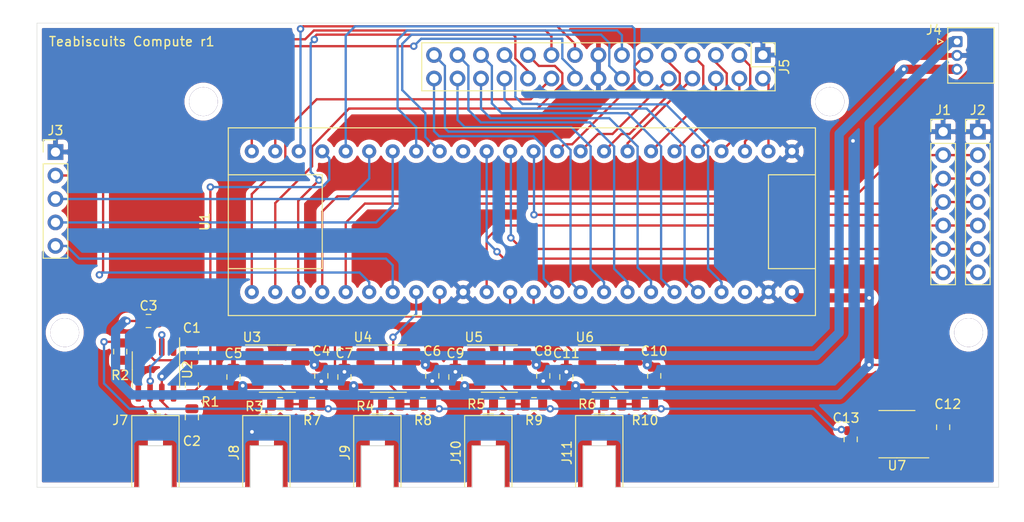
<source format=kicad_pcb>
(kicad_pcb (version 20171130) (host pcbnew 5.1.5)
  (layers (0 F.Cu signal) (31 B.Cu signal) (34 B.Paste user) (35 F.Paste user) (36 B.SilkS user) (37 F.SilkS user) (38 B.Mask user) (39 F.Mask user) (44 Edge.Cuts user))
  (net 0 "")
  (net 1 +5V)
  (net 2 GND)
  (net 3 -5V)
  (net 4 "Net-(R3-Pad2)")
  (net 5 "Net-(C1-Pad1)")
  (net 6 SPI4_CS2)
  (net 7 SPI4_CS1)
  (net 8 SPI4_CS0)
  (net 9 SPI4_SCLK)
  (net 10 SPI4_MOSI)
  (net 11 SPI4_MISO)
  (net 12 SPI1_CS0)
  (net 13 SPI1_SCLK)
  (net 14 SPI1_MOSI)
  (net 15 SPI1_MISO)
  (net 16 0)
  (net 17 1)
  (net 18 2)
  (net 19 3)
  (net 20 4)
  (net 21 5)
  (net 22 6)
  (net 23 7)
  (net 24 8)
  (net 25 9)
  (net 26 24)
  (net 27 25)
  (net 28 28)
  (net 29 30)
  (net 30 31)
  (net 31 32)
  (net 32 33)
  (net 33 34)
  (net 34 35)
  (net 35 16)
  (net 36 17)
  (net 37 18)
  (net 38 19)
  (net 39 20)
  (net 40 21)
  (net 41 22)
  (net 42 23)
  (net 43 "Net-(J7-Pad1)")
  (net 44 "Net-(J8-Pad1)")
  (net 45 "Net-(J9-Pad1)")
  (net 46 "Net-(J10-Pad1)")
  (net 47 "Net-(J11-Pad1)")
  (net 48 O1)
  (net 49 "Net-(R4-Pad2)")
  (net 50 "Net-(R5-Pad2)")
  (net 51 "Net-(R10-Pad1)")
  (net 52 "Net-(U1-PadM2)")
  (net 53 A1)
  (net 54 A2)
  (net 55 A4)
  (net 56 A3)
  (net 57 "Net-(U1-PadM4)")
  (net 58 "Net-(U2-Pad1)")
  (net 59 "Net-(U2-Pad5)")
  (net 60 "Net-(U2-Pad8)")
  (net 61 "Net-(U3-Pad8)")
  (net 62 "Net-(U3-Pad5)")
  (net 63 "Net-(U3-Pad1)")
  (net 64 "Net-(U4-Pad1)")
  (net 65 "Net-(U4-Pad5)")
  (net 66 "Net-(U4-Pad8)")
  (net 67 "Net-(U5-Pad1)")
  (net 68 "Net-(U5-Pad5)")
  (net 69 "Net-(U5-Pad8)")
  (net 70 "Net-(U6-Pad8)")
  (net 71 "Net-(U6-Pad5)")
  (net 72 "Net-(U6-Pad1)")
  (net 73 REF)
  (net 74 "Net-(U7-Pad8)")
  (net 75 "Net-(U7-Pad7)")
  (net 76 "Net-(U7-Pad5)")
  (net 77 "Net-(U7-Pad3)")
  (net 78 "Net-(U7-Pad1)")
  (module Capacitor_SMD:C_0805_2012Metric (layer F.Cu) (at 144.5 136.0625 90)
    (fp_text reference C7 (at 2.5625 0 180) (layer F.SilkS))
    (fp_text value C hide)
    (pad 2 smd roundrect (at 0.9375 0 90) (size 0.975 1.4) (layers F.Cu F.Paste F.Mask) (net 2 GND))
    (pad 1 smd roundrect (at -0.9375 0 90) (size 0.975 1.4) (layers F.Cu F.Paste F.Mask) (net 1 +5V))
  )
  (module Package_SO:SOIC-8_3.9x4.9mm_P1.27mm (layer F.Cu) (at 204.25 142.25 180)
    (fp_text reference U7 (at 0 -3.4) (layer F.SilkS))
    (fp_text value REF5025AD hide)
    (pad 8 smd roundrect (at 2.475 -1.905 180) (size 1.95 0.6) (layers F.Cu F.Paste F.Mask) (net 74 "Net-(U7-Pad8)"))
    (pad 7 smd roundrect (at 2.475 -0.635 180) (size 1.95 0.6) (layers F.Cu F.Paste F.Mask) (net 75 "Net-(U7-Pad7)"))
    (pad 6 smd roundrect (at 2.475 0.635 180) (size 1.95 0.6) (layers F.Cu F.Paste F.Mask) (net 73 REF))
    (pad 5 smd roundrect (at 2.475 1.905 180) (size 1.95 0.6) (layers F.Cu F.Paste F.Mask) (net 76 "Net-(U7-Pad5)"))
    (pad 4 smd roundrect (at -2.475 1.905 180) (size 1.95 0.6) (layers F.Cu F.Paste F.Mask) (net 2 GND))
    (pad 3 smd roundrect (at -2.475 0.635 180) (size 1.95 0.6) (layers F.Cu F.Paste F.Mask) (net 77 "Net-(U7-Pad3)"))
    (pad 2 smd roundrect (at -2.475 -0.635 180) (size 1.95 0.6) (layers F.Cu F.Paste F.Mask) (net 1 +5V))
    (pad 1 smd roundrect (at -2.475 -1.905 180) (size 1.95 0.6) (layers F.Cu F.Paste F.Mask) (net 78 "Net-(U7-Pad1)"))
  )
  (module Capacitor_SMD:C_0805_2012Metric (layer F.Cu) (at 199.25 142.8125 270)
    (fp_text reference C13 (at -2.3125 0.5 180) (layer F.SilkS))
    (fp_text value 0.1uF hide)
    (pad 2 smd roundrect (at 0.9375 0 270) (size 0.975 1.4) (layers F.Cu F.Paste F.Mask) (net 2 GND))
    (pad 1 smd roundrect (at -0.9375 0 270) (size 0.975 1.4) (layers F.Cu F.Paste F.Mask) (net 73 REF))
  )
  (module Capacitor_SMD:C_0805_2012Metric (layer F.Cu) (at 209.25 141.5 90)
    (fp_text reference C12 (at 2.5 0.5 180) (layer F.SilkS))
    (fp_text value 0.1uF hide)
    (pad 2 smd roundrect (at 0.9375 0 90) (size 0.975 1.4) (layers F.Cu F.Paste F.Mask) (net 2 GND))
    (pad 1 smd roundrect (at -0.9375 0 90) (size 0.975 1.4) (layers F.Cu F.Paste F.Mask) (net 1 +5V))
  )
  (module Resistor_SMD:R_0805_2012Metric (layer F.Cu) (at 177 139)
    (fp_text reference R10 (at 0 1.75 180) (layer F.SilkS))
    (fp_text value R hide)
    (pad 2 smd roundrect (at 0.9375 0) (size 0.975 1.4) (layers F.Cu F.Paste F.Mask) (net 73 REF))
    (pad 1 smd roundrect (at -0.9375 0) (size 0.975 1.4) (layers F.Cu F.Paste F.Mask) (net 51 "Net-(R10-Pad1)"))
  )
  (module Resistor_SMD:R_0805_2012Metric (layer F.Cu) (at 165 139)
    (fp_text reference R9 (at 0 1.75 180) (layer F.SilkS))
    (fp_text value R hide)
    (pad 2 smd roundrect (at 0.9375 0) (size 0.975 1.4) (layers F.Cu F.Paste F.Mask) (net 73 REF))
    (pad 1 smd roundrect (at -0.9375 0) (size 0.975 1.4) (layers F.Cu F.Paste F.Mask) (net 50 "Net-(R5-Pad2)"))
  )
  (module Resistor_SMD:R_0805_2012Metric (layer F.Cu) (at 153 139)
    (fp_text reference R8 (at 0 1.75 180) (layer F.SilkS))
    (fp_text value R hide)
    (pad 2 smd roundrect (at 0.9375 0) (size 0.975 1.4) (layers F.Cu F.Paste F.Mask) (net 73 REF))
    (pad 1 smd roundrect (at -0.9375 0) (size 0.975 1.4) (layers F.Cu F.Paste F.Mask) (net 49 "Net-(R4-Pad2)"))
  )
  (module Capacitor_SMD:C_0805_2012Metric (layer F.Cu) (at 168.5 136.0625 90)
    (fp_text reference C11 (at 2.5625 0 180) (layer F.SilkS))
    (fp_text value C hide)
    (pad 2 smd roundrect (at 0.9375 0 90) (size 0.975 1.4) (layers F.Cu F.Paste F.Mask) (net 2 GND))
    (pad 1 smd roundrect (at -0.9375 0 90) (size 0.975 1.4) (layers F.Cu F.Paste F.Mask) (net 1 +5V))
  )
  (module Capacitor_SMD:C_0805_2012Metric (layer F.Cu) (at 156.5 136.0625 90)
    (fp_text reference C9 (at 2.5625 0 180) (layer F.SilkS))
    (fp_text value C hide)
    (pad 2 smd roundrect (at 0.9375 0 90) (size 0.975 1.4) (layers F.Cu F.Paste F.Mask) (net 2 GND))
    (pad 1 smd roundrect (at -0.9375 0 90) (size 0.975 1.4) (layers F.Cu F.Paste F.Mask) (net 1 +5V))
  )
  (module Capacitor_SMD:C_0805_2012Metric (layer F.Cu) (at 178 135.9375 270)
    (fp_text reference C10 (at -2.6875 0 180) (layer F.SilkS))
    (fp_text value C hide)
    (pad 1 smd roundrect (at -0.9375 0 270) (size 0.975 1.4) (layers F.Cu F.Paste F.Mask) (net 3 -5V))
    (pad 2 smd roundrect (at 0.9375 0 270) (size 0.975 1.4) (layers F.Cu F.Paste F.Mask) (net 2 GND))
  )
  (module Capacitor_SMD:C_0805_2012Metric (layer F.Cu) (at 166 135.9375 270)
    (fp_text reference C8 (at -2.6875 0 180) (layer F.SilkS))
    (fp_text value C hide)
    (pad 1 smd roundrect (at -0.9375 0 270) (size 0.975 1.4) (layers F.Cu F.Paste F.Mask) (net 3 -5V))
    (pad 2 smd roundrect (at 0.9375 0 270) (size 0.975 1.4) (layers F.Cu F.Paste F.Mask) (net 2 GND))
  )
  (module Capacitor_SMD:C_0805_2012Metric (layer F.Cu) (at 154 135.9375 270)
    (fp_text reference C6 (at -2.6875 0 180) (layer F.SilkS))
    (fp_text value C hide)
    (pad 1 smd roundrect (at -0.9375 0 270) (size 0.975 1.4) (layers F.Cu F.Paste F.Mask) (net 3 -5V))
    (pad 2 smd roundrect (at 0.9375 0 270) (size 0.975 1.4) (layers F.Cu F.Paste F.Mask) (net 2 GND))
  )
  (module Connector_Coaxial:MMCX_Molex_73415-0961_Horizontal_1.0mm-PCB (layer F.Cu) (at 172.06 144.25 90)
    (fp_text reference J11 (at 0 -3.5 90) (layer F.SilkS))
    (fp_text value Conn_Coaxial hide)
    (fp_line (start -3.75 1.75) (end 0.75 1.75) (layer Edge.Cuts) (width 0.1))
    (fp_line (start 0.75 1.75) (end 0.75 -1.75) (layer Edge.Cuts) (width 0.1))
    (fp_line (start 0.75 -1.75) (end -3.75 -1.75) (layer Edge.Cuts) (width 0.1))
    (pad 2 smd custom (at 2.25 1.56 90) (size 3 1.48) (layers F.Cu F.Paste F.Mask) (net 2 GND) (options (clearance outline) (anchor rect)) (primitives (gr_poly (pts (xy -6 0.19) (xy -6 0.74) (xy -1.5 0.74) (xy -1.5 0.19)) (width 0))))
    (pad 2 smd custom (at 2.25 -1.56 90) (size 3 1.48) (layers F.Cu F.Paste F.Mask) (net 2 GND) (options (clearance outline) (anchor rect)) (primitives (gr_poly (pts (xy -6 -0.74) (xy -6 -0.19) (xy -1.5 -0.19) (xy -1.5 -0.74)) (width 0))))
    (pad 1 smd rect (at 2.7 0 90) (size 2.1 1.1) (layers F.Cu F.Paste F.Mask) (net 47 "Net-(J11-Pad1)"))
  )
  (module Connector_Coaxial:MMCX_Molex_73415-0961_Horizontal_1.0mm-PCB (layer F.Cu) (at 160.06 144.25 90)
    (fp_text reference J10 (at 0 -3.5 90) (layer F.SilkS))
    (fp_text value Conn_Coaxial hide)
    (fp_line (start -3.75 1.75) (end 0.75 1.75) (layer Edge.Cuts) (width 0.1))
    (fp_line (start 0.75 1.75) (end 0.75 -1.75) (layer Edge.Cuts) (width 0.1))
    (fp_line (start 0.75 -1.75) (end -3.75 -1.75) (layer Edge.Cuts) (width 0.1))
    (pad 2 smd custom (at 2.25 1.56 90) (size 3 1.48) (layers F.Cu F.Paste F.Mask) (net 2 GND) (options (clearance outline) (anchor rect)) (primitives (gr_poly (pts (xy -6 0.19) (xy -6 0.74) (xy -1.5 0.74) (xy -1.5 0.19)) (width 0))))
    (pad 2 smd custom (at 2.25 -1.56 90) (size 3 1.48) (layers F.Cu F.Paste F.Mask) (net 2 GND) (options (clearance outline) (anchor rect)) (primitives (gr_poly (pts (xy -6 -0.74) (xy -6 -0.19) (xy -1.5 -0.19) (xy -1.5 -0.74)) (width 0))))
    (pad 1 smd rect (at 2.7 0 90) (size 2.1 1.1) (layers F.Cu F.Paste F.Mask) (net 46 "Net-(J10-Pad1)"))
  )
  (module Connector_Coaxial:MMCX_Molex_73415-0961_Horizontal_1.0mm-PCB (layer F.Cu) (at 148.06 144.25 90)
    (fp_text reference J9 (at 0 -3.5 90) (layer F.SilkS))
    (fp_text value Conn_Coaxial hide)
    (fp_line (start -3.75 1.75) (end 0.75 1.75) (layer Edge.Cuts) (width 0.1))
    (fp_line (start 0.75 1.75) (end 0.75 -1.75) (layer Edge.Cuts) (width 0.1))
    (fp_line (start 0.75 -1.75) (end -3.75 -1.75) (layer Edge.Cuts) (width 0.1))
    (pad 2 smd custom (at 2.25 1.56 90) (size 3 1.48) (layers F.Cu F.Paste F.Mask) (net 2 GND) (options (clearance outline) (anchor rect)) (primitives (gr_poly (pts (xy -6 0.19) (xy -6 0.74) (xy -1.5 0.74) (xy -1.5 0.19)) (width 0))))
    (pad 2 smd custom (at 2.25 -1.56 90) (size 3 1.48) (layers F.Cu F.Paste F.Mask) (net 2 GND) (options (clearance outline) (anchor rect)) (primitives (gr_poly (pts (xy -6 -0.74) (xy -6 -0.19) (xy -1.5 -0.19) (xy -1.5 -0.74)) (width 0))))
    (pad 1 smd rect (at 2.7 0 90) (size 2.1 1.1) (layers F.Cu F.Paste F.Mask) (net 45 "Net-(J9-Pad1)"))
  )
  (module Resistor_SMD:R_0805_2012Metric (layer F.Cu) (at 173.5625 139)
    (fp_text reference R6 (at -2.8125 0) (layer F.SilkS))
    (fp_text value R hide)
    (pad 1 smd roundrect (at -0.9375 0) (size 0.975 1.4) (layers F.Cu F.Paste F.Mask) (net 47 "Net-(J11-Pad1)"))
    (pad 2 smd roundrect (at 0.9375 0) (size 0.975 1.4) (layers F.Cu F.Paste F.Mask) (net 51 "Net-(R10-Pad1)"))
  )
  (module Resistor_SMD:R_0805_2012Metric (layer F.Cu) (at 161.5625 139)
    (fp_text reference R5 (at -2.8125 0) (layer F.SilkS))
    (fp_text value R hide)
    (pad 1 smd roundrect (at -0.9375 0) (size 0.975 1.4) (layers F.Cu F.Paste F.Mask) (net 46 "Net-(J10-Pad1)"))
    (pad 2 smd roundrect (at 0.9375 0) (size 0.975 1.4) (layers F.Cu F.Paste F.Mask) (net 50 "Net-(R5-Pad2)"))
  )
  (module Resistor_SMD:R_0805_2012Metric (layer F.Cu) (at 149.5625 139)
    (fp_text reference R4 (at -2.8125 0.25) (layer F.SilkS))
    (fp_text value R hide)
    (pad 1 smd roundrect (at -0.9375 0) (size 0.975 1.4) (layers F.Cu F.Paste F.Mask) (net 45 "Net-(J9-Pad1)"))
    (pad 2 smd roundrect (at 0.9375 0) (size 0.975 1.4) (layers F.Cu F.Paste F.Mask) (net 49 "Net-(R4-Pad2)"))
  )
  (module Package_SO:SOIC-8_3.9x4.9mm_P1.27mm (layer F.Cu) (at 173.25 135.155)
    (fp_text reference U6 (at -2.75 -3.4) (layer F.SilkS))
    (fp_text value OP07 hide)
    (pad 1 smd roundrect (at -2.475 -1.905) (size 1.95 0.6) (layers F.Cu F.Paste F.Mask) (net 72 "Net-(U6-Pad1)"))
    (pad 2 smd roundrect (at -2.475 -0.635) (size 1.95 0.6) (layers F.Cu F.Paste F.Mask) (net 55 A4))
    (pad 3 smd roundrect (at -2.475 0.635) (size 1.95 0.6) (layers F.Cu F.Paste F.Mask) (net 51 "Net-(R10-Pad1)"))
    (pad 4 smd roundrect (at -2.475 1.905) (size 1.95 0.6) (layers F.Cu F.Paste F.Mask) (net 1 +5V))
    (pad 5 smd roundrect (at 2.475 1.905) (size 1.95 0.6) (layers F.Cu F.Paste F.Mask) (net 71 "Net-(U6-Pad5)"))
    (pad 6 smd roundrect (at 2.475 0.635) (size 1.95 0.6) (layers F.Cu F.Paste F.Mask) (net 55 A4))
    (pad 7 smd roundrect (at 2.475 -0.635) (size 1.95 0.6) (layers F.Cu F.Paste F.Mask) (net 3 -5V))
    (pad 8 smd roundrect (at 2.475 -1.905) (size 1.95 0.6) (layers F.Cu F.Paste F.Mask) (net 70 "Net-(U6-Pad8)"))
  )
  (module Package_SO:SOIC-8_3.9x4.9mm_P1.27mm (layer F.Cu) (at 161.25 135.155)
    (fp_text reference U5 (at -2.75 -3.4) (layer F.SilkS))
    (fp_text value OP07 hide)
    (pad 1 smd roundrect (at -2.475 -1.905) (size 1.95 0.6) (layers F.Cu F.Paste F.Mask) (net 67 "Net-(U5-Pad1)"))
    (pad 2 smd roundrect (at -2.475 -0.635) (size 1.95 0.6) (layers F.Cu F.Paste F.Mask) (net 56 A3))
    (pad 3 smd roundrect (at -2.475 0.635) (size 1.95 0.6) (layers F.Cu F.Paste F.Mask) (net 50 "Net-(R5-Pad2)"))
    (pad 4 smd roundrect (at -2.475 1.905) (size 1.95 0.6) (layers F.Cu F.Paste F.Mask) (net 1 +5V))
    (pad 5 smd roundrect (at 2.475 1.905) (size 1.95 0.6) (layers F.Cu F.Paste F.Mask) (net 68 "Net-(U5-Pad5)"))
    (pad 6 smd roundrect (at 2.475 0.635) (size 1.95 0.6) (layers F.Cu F.Paste F.Mask) (net 56 A3))
    (pad 7 smd roundrect (at 2.475 -0.635) (size 1.95 0.6) (layers F.Cu F.Paste F.Mask) (net 3 -5V))
    (pad 8 smd roundrect (at 2.475 -1.905) (size 1.95 0.6) (layers F.Cu F.Paste F.Mask) (net 69 "Net-(U5-Pad8)"))
  )
  (module Package_SO:SOIC-8_3.9x4.9mm_P1.27mm (layer F.Cu) (at 149.25 135.155)
    (fp_text reference U4 (at -2.75 -3.4) (layer F.SilkS))
    (fp_text value OP07 hide)
    (pad 1 smd roundrect (at -2.475 -1.905) (size 1.95 0.6) (layers F.Cu F.Paste F.Mask) (net 64 "Net-(U4-Pad1)"))
    (pad 2 smd roundrect (at -2.475 -0.635) (size 1.95 0.6) (layers F.Cu F.Paste F.Mask) (net 54 A2))
    (pad 3 smd roundrect (at -2.475 0.635) (size 1.95 0.6) (layers F.Cu F.Paste F.Mask) (net 49 "Net-(R4-Pad2)"))
    (pad 4 smd roundrect (at -2.475 1.905) (size 1.95 0.6) (layers F.Cu F.Paste F.Mask) (net 1 +5V))
    (pad 5 smd roundrect (at 2.475 1.905) (size 1.95 0.6) (layers F.Cu F.Paste F.Mask) (net 65 "Net-(U4-Pad5)"))
    (pad 6 smd roundrect (at 2.475 0.635) (size 1.95 0.6) (layers F.Cu F.Paste F.Mask) (net 54 A2))
    (pad 7 smd roundrect (at 2.475 -0.635) (size 1.95 0.6) (layers F.Cu F.Paste F.Mask) (net 3 -5V))
    (pad 8 smd roundrect (at 2.475 -1.905) (size 1.95 0.6) (layers F.Cu F.Paste F.Mask) (net 66 "Net-(U4-Pad8)"))
  )
  (module Capacitor_SMD:C_0805_2012Metric (layer F.Cu) (at 128 133.3125 90)
    (fp_text reference C1 (at 2.5625 0 180) (layer F.SilkS))
    (fp_text value C hide)
    (pad 2 smd roundrect (at 0.9375 0 90) (size 0.975 1.4) (layers F.Cu F.Paste F.Mask) (net 2 GND))
    (pad 1 smd roundrect (at -0.9375 0 90) (size 0.975 1.4) (layers F.Cu F.Paste F.Mask) (net 5 "Net-(C1-Pad1)"))
  )
  (module Capacitor_SMD:C_0805_2012Metric (layer F.Cu) (at 128 140.4375 270)
    (fp_text reference C2 (at 2.5625 0 180) (layer F.SilkS))
    (fp_text value C hide)
    (pad 1 smd roundrect (at -0.9375 0 270) (size 0.975 1.4) (layers F.Cu F.Paste F.Mask) (net 3 -5V))
    (pad 2 smd roundrect (at 0.9375 0 270) (size 0.975 1.4) (layers F.Cu F.Paste F.Mask) (net 2 GND))
  )
  (module Capacitor_SMD:C_0805_2012Metric (layer F.Cu) (at 123.3125 130)
    (fp_text reference C3 (at 0 -1.65) (layer F.SilkS))
    (fp_text value C hide)
    (pad 2 smd roundrect (at 0.9375 0) (size 0.975 1.4) (layers F.Cu F.Paste F.Mask) (net 2 GND))
    (pad 1 smd roundrect (at -0.9375 0) (size 0.975 1.4) (layers F.Cu F.Paste F.Mask) (net 1 +5V))
  )
  (module Capacitor_SMD:C_0805_2012Metric (layer F.Cu) (at 142 135.9375 270)
    (fp_text reference C4 (at -2.6875 0 180) (layer F.SilkS))
    (fp_text value C hide)
    (pad 2 smd roundrect (at 0.9375 0 270) (size 0.975 1.4) (layers F.Cu F.Paste F.Mask) (net 2 GND))
    (pad 1 smd roundrect (at -0.9375 0 270) (size 0.975 1.4) (layers F.Cu F.Paste F.Mask) (net 3 -5V))
  )
  (module Capacitor_SMD:C_0805_2012Metric (layer F.Cu) (at 132.5 136.0625 90)
    (fp_text reference C5 (at 2.5625 0 180) (layer F.SilkS))
    (fp_text value C hide)
    (pad 1 smd roundrect (at -0.9375 0 90) (size 0.975 1.4) (layers F.Cu F.Paste F.Mask) (net 1 +5V))
    (pad 2 smd roundrect (at 0.9375 0 90) (size 0.975 1.4) (layers F.Cu F.Paste F.Mask) (net 2 GND))
  )
  (module Connector_PinHeader_2.54mm:PinHeader_1x07_P2.54mm_Vertical (layer F.Cu) (at 209.25 109.5)
    (fp_text reference J1 (at 0 -2.33) (layer F.SilkS))
    (fp_text value Conn_01x07)
    (pad 1 thru_hole rect (at 0 0) (size 1.7 1.7) (drill 1) (layers *.Cu *.Mask) (net 2 GND))
    (pad 2 thru_hole oval (at 0 2.54) (size 1.7 1.7) (drill 1) (layers *.Cu *.Mask) (net 6 SPI4_CS2))
    (pad 3 thru_hole oval (at 0 5.08) (size 1.7 1.7) (drill 1) (layers *.Cu *.Mask) (net 7 SPI4_CS1))
    (pad 4 thru_hole oval (at 0 7.62) (size 1.7 1.7) (drill 1) (layers *.Cu *.Mask) (net 8 SPI4_CS0))
    (pad 5 thru_hole oval (at 0 10.16) (size 1.7 1.7) (drill 1) (layers *.Cu *.Mask) (net 9 SPI4_SCLK))
    (pad 6 thru_hole oval (at 0 12.7) (size 1.7 1.7) (drill 1) (layers *.Cu *.Mask) (net 10 SPI4_MOSI))
    (pad 7 thru_hole oval (at 0 15.24) (size 1.7 1.7) (drill 1) (layers *.Cu *.Mask) (net 11 SPI4_MISO))
  )
  (module Connector_PinHeader_2.54mm:PinHeader_1x07_P2.54mm_Vertical (layer F.Cu) (at 213 109.5)
    (fp_text reference J2 (at 0 -2.33) (layer F.SilkS))
    (fp_text value Conn_01x07)
    (pad 7 thru_hole oval (at 0 15.24) (size 1.7 1.7) (drill 1) (layers *.Cu *.Mask) (net 11 SPI4_MISO))
    (pad 6 thru_hole oval (at 0 12.7) (size 1.7 1.7) (drill 1) (layers *.Cu *.Mask) (net 10 SPI4_MOSI))
    (pad 5 thru_hole oval (at 0 10.16) (size 1.7 1.7) (drill 1) (layers *.Cu *.Mask) (net 9 SPI4_SCLK))
    (pad 4 thru_hole oval (at 0 7.62) (size 1.7 1.7) (drill 1) (layers *.Cu *.Mask) (net 8 SPI4_CS0))
    (pad 3 thru_hole oval (at 0 5.08) (size 1.7 1.7) (drill 1) (layers *.Cu *.Mask) (net 7 SPI4_CS1))
    (pad 2 thru_hole oval (at 0 2.54) (size 1.7 1.7) (drill 1) (layers *.Cu *.Mask) (net 6 SPI4_CS2))
    (pad 1 thru_hole rect (at 0 0) (size 1.7 1.7) (drill 1) (layers *.Cu *.Mask) (net 2 GND))
  )
  (module Connector_PinHeader_2.54mm:PinHeader_1x05_P2.54mm_Vertical (layer F.Cu) (at 113.25 111.71)
    (fp_text reference J3 (at 0 -2.33) (layer F.SilkS))
    (fp_text value Conn_01x05 hide)
    (pad 1 thru_hole rect (at 0 0) (size 1.7 1.7) (drill 1) (layers *.Cu *.Mask) (net 2 GND))
    (pad 2 thru_hole oval (at 0 2.54) (size 1.7 1.7) (drill 1) (layers *.Cu *.Mask) (net 12 SPI1_CS0))
    (pad 3 thru_hole oval (at 0 5.08) (size 1.7 1.7) (drill 1) (layers *.Cu *.Mask) (net 13 SPI1_SCLK))
    (pad 4 thru_hole oval (at 0 7.62) (size 1.7 1.7) (drill 1) (layers *.Cu *.Mask) (net 14 SPI1_MOSI))
    (pad 5 thru_hole oval (at 0 10.16) (size 1.7 1.7) (drill 1) (layers *.Cu *.Mask) (net 15 SPI1_MISO))
  )
  (module JST1_5_3p:JST (layer F.Cu) (at 210.75 99.75 270)
    (fp_text reference J4 (at -1.25 2.5) (layer F.SilkS))
    (fp_text value Conn_01x03 hide)
    (pad 3 thru_hole oval (at 3 0 270) (size 1.2 1.2) (drill 0.7) (layers *.Cu *.Mask) (net 3 -5V))
    (pad 2 thru_hole oval (at 1.5 0 270) (size 1.2 1.2) (drill 0.7) (layers *.Cu *.Mask) (net 2 GND))
    (pad 1 thru_hole roundrect (at 0 0 270) (size 1.2 1.2) (drill 0.7) (layers *.Cu *.Mask) (roundrect_rratio 0.147) (net 1 +5V))
  )
  (module Connector_PinHeader_2.54mm:PinHeader_2x15_P2.54mm_Vertical (layer F.Cu) (at 189.75 101.21 270)
    (fp_text reference J5 (at 1.27 -2.33 90) (layer F.SilkS))
    (fp_text value Conn_02x15_Counter_Clockwise hide)
    (pad 1 thru_hole rect (at 0 0 270) (size 1.7 1.7) (drill 1) (layers *.Cu *.Mask) (net 2 GND))
    (pad 2 thru_hole oval (at 2.54 0 270) (size 1.7 1.7) (drill 1) (layers *.Cu *.Mask) (net 16 0))
    (pad 3 thru_hole oval (at 0 2.54 270) (size 1.7 1.7) (drill 1) (layers *.Cu *.Mask) (net 17 1))
    (pad 4 thru_hole oval (at 2.54 2.54 270) (size 1.7 1.7) (drill 1) (layers *.Cu *.Mask) (net 18 2))
    (pad 5 thru_hole oval (at 0 5.08 270) (size 1.7 1.7) (drill 1) (layers *.Cu *.Mask) (net 19 3))
    (pad 6 thru_hole oval (at 2.54 5.08 270) (size 1.7 1.7) (drill 1) (layers *.Cu *.Mask) (net 20 4))
    (pad 7 thru_hole oval (at 0 7.62 270) (size 1.7 1.7) (drill 1) (layers *.Cu *.Mask) (net 21 5))
    (pad 8 thru_hole oval (at 2.54 7.62 270) (size 1.7 1.7) (drill 1) (layers *.Cu *.Mask) (net 22 6))
    (pad 9 thru_hole oval (at 0 10.16 270) (size 1.7 1.7) (drill 1) (layers *.Cu *.Mask) (net 23 7))
    (pad 10 thru_hole oval (at 2.54 10.16 270) (size 1.7 1.7) (drill 1) (layers *.Cu *.Mask) (net 24 8))
    (pad 11 thru_hole oval (at 0 12.7 270) (size 1.7 1.7) (drill 1) (layers *.Cu *.Mask) (net 25 9))
    (pad 12 thru_hole oval (at 2.54 12.7 270) (size 1.7 1.7) (drill 1) (layers *.Cu *.Mask) (net 28 28))
    (pad 13 thru_hole oval (at 0 15.24 270) (size 1.7 1.7) (drill 1) (layers *.Cu *.Mask) (net 27 25))
    (pad 14 thru_hole oval (at 2.54 15.24 270) (size 1.7 1.7) (drill 1) (layers *.Cu *.Mask) (net 26 24))
    (pad 15 thru_hole oval (at 0 17.78 270) (size 1.7 1.7) (drill 1) (layers *.Cu *.Mask) (net 2 GND))
    (pad 16 thru_hole oval (at 2.54 17.78 270) (size 1.7 1.7) (drill 1) (layers *.Cu *.Mask) (net 2 GND))
    (pad 17 thru_hole oval (at 0 20.32 270) (size 1.7 1.7) (drill 1) (layers *.Cu *.Mask) (net 29 30))
    (pad 18 thru_hole oval (at 2.54 20.32 270) (size 1.7 1.7) (drill 1) (layers *.Cu *.Mask) (net 30 31))
    (pad 19 thru_hole oval (at 0 22.86 270) (size 1.7 1.7) (drill 1) (layers *.Cu *.Mask) (net 31 32))
    (pad 20 thru_hole oval (at 2.54 22.86 270) (size 1.7 1.7) (drill 1) (layers *.Cu *.Mask) (net 32 33))
    (pad 21 thru_hole oval (at 0 25.4 270) (size 1.7 1.7) (drill 1) (layers *.Cu *.Mask) (net 33 34))
    (pad 22 thru_hole oval (at 2.54 25.4 270) (size 1.7 1.7) (drill 1) (layers *.Cu *.Mask) (net 34 35))
    (pad 23 thru_hole oval (at 0 27.94 270) (size 1.7 1.7) (drill 1) (layers *.Cu *.Mask) (net 42 23))
    (pad 24 thru_hole oval (at 2.54 27.94 270) (size 1.7 1.7) (drill 1) (layers *.Cu *.Mask) (net 41 22))
    (pad 25 thru_hole oval (at 0 30.48 270) (size 1.7 1.7) (drill 1) (layers *.Cu *.Mask) (net 40 21))
    (pad 26 thru_hole oval (at 2.54 30.48 270) (size 1.7 1.7) (drill 1) (layers *.Cu *.Mask) (net 39 20))
    (pad 27 thru_hole oval (at 0 33.02 270) (size 1.7 1.7) (drill 1) (layers *.Cu *.Mask) (net 38 19))
    (pad 28 thru_hole oval (at 2.54 33.02 270) (size 1.7 1.7) (drill 1) (layers *.Cu *.Mask) (net 37 18))
    (pad 29 thru_hole oval (at 0 35.56 270) (size 1.7 1.7) (drill 1) (layers *.Cu *.Mask) (net 36 17))
    (pad 30 thru_hole oval (at 2.54 35.56 270) (size 1.7 1.7) (drill 1) (layers *.Cu *.Mask) (net 35 16))
  )
  (module Connector_Coaxial:MMCX_Molex_73415-0961_Horizontal_1.0mm-PCB (layer F.Cu) (at 124.06 144.25 90)
    (fp_text reference J7 (at 3.5 -3.81 180) (layer F.SilkS))
    (fp_text value Conn_Coaxial hide)
    (fp_line (start 0.75 -1.75) (end -3.75 -1.75) (layer Edge.Cuts) (width 0.1))
    (fp_line (start 0.75 1.75) (end 0.75 -1.75) (layer Edge.Cuts) (width 0.1))
    (fp_line (start -3.75 1.75) (end 0.75 1.75) (layer Edge.Cuts) (width 0.1))
    (pad 1 smd rect (at 2.7 0 90) (size 2.1 1.1) (layers F.Cu F.Paste F.Mask) (net 43 "Net-(J7-Pad1)"))
    (pad 2 smd custom (at 2.25 -1.56 90) (size 3 1.48) (layers F.Cu F.Paste F.Mask) (net 2 GND) (options (clearance outline) (anchor rect)) (primitives (gr_poly (pts (xy -6 -0.74) (xy -6 -0.19) (xy -1.5 -0.19) (xy -1.5 -0.74)) (width 0))))
    (pad 2 smd custom (at 2.25 1.56 90) (size 3 1.48) (layers F.Cu F.Paste F.Mask) (net 2 GND) (options (clearance outline) (anchor rect)) (primitives (gr_poly (pts (xy -6 0.19) (xy -6 0.74) (xy -1.5 0.74) (xy -1.5 0.19)) (width 0))))
  )
  (module Connector_Coaxial:MMCX_Molex_73415-0961_Horizontal_1.0mm-PCB (layer F.Cu) (at 136.06 144.25 90)
    (fp_text reference J8 (at 0 -3.5 90) (layer F.SilkS))
    (fp_text value Conn_Coaxial hide)
    (fp_line (start 0.75 -1.75) (end -3.75 -1.75) (layer Edge.Cuts) (width 0.1))
    (fp_line (start 0.75 1.75) (end 0.75 -1.75) (layer Edge.Cuts) (width 0.1))
    (fp_line (start -3.75 1.75) (end 0.75 1.75) (layer Edge.Cuts) (width 0.1))
    (pad 1 smd rect (at 2.7 0 90) (size 2.1 1.1) (layers F.Cu F.Paste F.Mask) (net 44 "Net-(J8-Pad1)"))
    (pad 2 smd custom (at 2.25 -1.56 90) (size 3 1.48) (layers F.Cu F.Paste F.Mask) (net 2 GND) (options (clearance outline) (anchor rect)) (primitives (gr_poly (pts (xy -6 -0.74) (xy -6 -0.19) (xy -1.5 -0.19) (xy -1.5 -0.74)) (width 0))))
    (pad 2 smd custom (at 2.25 1.56 90) (size 3 1.48) (layers F.Cu F.Paste F.Mask) (net 2 GND) (options (clearance outline) (anchor rect)) (primitives (gr_poly (pts (xy -6 0.19) (xy -6 0.74) (xy -1.5 0.74) (xy -1.5 0.19)) (width 0))))
  )
  (module Resistor_SMD:R_0805_2012Metric (layer F.Cu) (at 128 136.9375 90)
    (fp_text reference R1 (at -1.8125 2 180) (layer F.SilkS))
    (fp_text value R hide)
    (pad 1 smd roundrect (at -0.9375 0 90) (size 0.975 1.4) (layers F.Cu F.Paste F.Mask) (net 48 O1))
    (pad 2 smd roundrect (at 0.9375 0 90) (size 0.975 1.4) (layers F.Cu F.Paste F.Mask) (net 5 "Net-(C1-Pad1)"))
  )
  (module Resistor_SMD:R_0805_2012Metric (layer F.Cu) (at 120.25 133.3125 90)
    (fp_text reference R2 (at -2.5625 0 180) (layer F.SilkS))
    (fp_text value R hide)
    (pad 2 smd roundrect (at 0.9375 0 90) (size 0.975 1.4) (layers F.Cu F.Paste F.Mask) (net 73 REF))
    (pad 1 smd roundrect (at -0.9375 0 90) (size 0.975 1.4) (layers F.Cu F.Paste F.Mask) (net 5 "Net-(C1-Pad1)"))
  )
  (module Resistor_SMD:R_0805_2012Metric (layer F.Cu) (at 137.5625 139)
    (fp_text reference R3 (at -2.8125 0.25) (layer F.SilkS))
    (fp_text value R hide)
    (pad 2 smd roundrect (at 0.9375 0) (size 0.975 1.4) (layers F.Cu F.Paste F.Mask) (net 4 "Net-(R3-Pad2)"))
    (pad 1 smd roundrect (at -0.9375 0) (size 0.975 1.4) (layers F.Cu F.Paste F.Mask) (net 44 "Net-(J8-Pad1)"))
  )
  (module Resistor_SMD:R_0805_2012Metric (layer F.Cu) (at 141 139)
    (fp_text reference R7 (at 0 1.75 180) (layer F.SilkS))
    (fp_text value R hide)
    (pad 1 smd roundrect (at -0.9375 0) (size 0.975 1.4) (layers F.Cu F.Paste F.Mask) (net 4 "Net-(R3-Pad2)"))
    (pad 2 smd roundrect (at 0.9375 0) (size 0.975 1.4) (layers F.Cu F.Paste F.Mask) (net 73 REF))
  )
  (module teensy41:teensy41 (layer F.Cu) (at 167.5 119.25 270)
    (fp_text reference U1 (at 0 38.1 90) (layer F.SilkS))
    (fp_text value teensy41)
    (pad M1 thru_hole circle (at -7.62 -25.4 270) (size 1.524 1.524) (drill 0.762) (layers *.Cu *.Mask) (net 2 GND))
    (pad 0 thru_hole circle (at -7.62 -22.86 270) (size 1.524 1.524) (drill 0.762) (layers *.Cu *.Mask) (net 16 0))
    (pad 1 thru_hole circle (at -7.62 -20.32 270) (size 1.524 1.524) (drill 0.762) (layers *.Cu *.Mask) (net 17 1))
    (pad 2 thru_hole circle (at -7.62 -17.78 270) (size 1.524 1.524) (drill 0.762) (layers *.Cu *.Mask) (net 18 2))
    (pad 3 thru_hole circle (at -7.62 -15.24 270) (size 1.524 1.524) (drill 0.762) (layers *.Cu *.Mask) (net 19 3))
    (pad 4 thru_hole circle (at -7.62 -12.7 270) (size 1.524 1.524) (drill 0.762) (layers *.Cu *.Mask) (net 20 4))
    (pad 5 thru_hole circle (at -7.62 -10.16 270) (size 1.524 1.524) (drill 0.762) (layers *.Cu *.Mask) (net 21 5))
    (pad 6 thru_hole circle (at -7.62 -7.62 270) (size 1.524 1.524) (drill 0.762) (layers *.Cu *.Mask) (net 22 6))
    (pad 7 thru_hole circle (at -7.62 -5.08 270) (size 1.524 1.524) (drill 0.762) (layers *.Cu *.Mask) (net 23 7))
    (pad 8 thru_hole circle (at -7.62 -2.54 270) (size 1.524 1.524) (drill 0.762) (layers *.Cu *.Mask) (net 24 8))
    (pad 9 thru_hole circle (at -7.62 0 270) (size 1.524 1.524) (drill 0.762) (layers *.Cu *.Mask) (net 25 9))
    (pad 10 thru_hole circle (at -7.62 2.54 270) (size 1.524 1.524) (drill 0.762) (layers *.Cu *.Mask) (net 8 SPI4_CS0))
    (pad 11 thru_hole circle (at -7.62 5.08 270) (size 1.524 1.524) (drill 0.762) (layers *.Cu *.Mask) (net 10 SPI4_MOSI))
    (pad 12 thru_hole circle (at -7.62 7.62 270) (size 1.524 1.524) (drill 0.762) (layers *.Cu *.Mask) (net 11 SPI4_MISO))
    (pad M2 thru_hole circle (at -7.62 10.16 270) (size 1.524 1.524) (drill 0.762) (layers *.Cu *.Mask) (net 52 "Net-(U1-PadM2)"))
    (pad 24 thru_hole circle (at -7.62 12.7 270) (size 1.524 1.524) (drill 0.762) (layers *.Cu *.Mask) (net 26 24))
    (pad 25 thru_hole circle (at -7.62 15.24 270) (size 1.524 1.524) (drill 0.762) (layers *.Cu *.Mask) (net 27 25))
    (pad 26 thru_hole circle (at -7.62 17.78 270) (size 1.524 1.524) (drill 0.762) (layers *.Cu *.Mask) (net 14 SPI1_MOSI))
    (pad 27 thru_hole circle (at -7.62 20.32 270) (size 1.524 1.524) (drill 0.762) (layers *.Cu *.Mask) (net 13 SPI1_SCLK))
    (pad 28 thru_hole circle (at -7.62 22.86 270) (size 1.524 1.524) (drill 0.762) (layers *.Cu *.Mask) (net 28 28))
    (pad 29 thru_hole circle (at -7.62 25.4 270) (size 1.524 1.524) (drill 0.762) (layers *.Cu *.Mask) (net 48 O1))
    (pad 30 thru_hole circle (at -7.62 27.94 270) (size 1.524 1.524) (drill 0.762) (layers *.Cu *.Mask) (net 29 30))
    (pad 31 thru_hole circle (at -7.62 30.48 270) (size 1.524 1.524) (drill 0.762) (layers *.Cu *.Mask) (net 30 31))
    (pad 32 thru_hole circle (at -7.62 33.02 270) (size 1.524 1.524) (drill 0.762) (layers *.Cu *.Mask) (net 31 32))
    (pad 41 thru_hole circle (at 7.62 12.7 270) (size 1.524 1.524) (drill 0.762) (layers *.Cu *.Mask) (net 53 A1))
    (pad 21 thru_hole circle (at 7.62 -12.7 270) (size 1.524 1.524) (drill 0.762) (layers *.Cu *.Mask) (net 40 21))
    (pad 18 thru_hole circle (at 7.62 -5.08 270) (size 1.524 1.524) (drill 0.762) (layers *.Cu *.Mask) (net 37 18))
    (pad 20 thru_hole circle (at 7.62 -10.16 270) (size 1.524 1.524) (drill 0.762) (layers *.Cu *.Mask) (net 39 20))
    (pad M6 thru_hole circle (at 7.62 -25.4 270) (size 1.524 1.524) (drill 0.762) (layers *.Cu *.Mask) (net 1 +5V))
    (pad 16 thru_hole circle (at 7.62 0 270) (size 1.524 1.524) (drill 0.762) (layers *.Cu *.Mask) (net 35 16))
    (pad 38 thru_hole circle (at 7.62 20.32 270) (size 1.524 1.524) (drill 0.762) (layers *.Cu *.Mask) (net 12 SPI1_CS0))
    (pad 13 thru_hole circle (at 7.62 7.62 270) (size 1.524 1.524) (drill 0.762) (layers *.Cu *.Mask) (net 9 SPI4_SCLK))
    (pad 34 thru_hole circle (at 7.62 30.48 270) (size 1.524 1.524) (drill 0.762) (layers *.Cu *.Mask) (net 33 34))
    (pad 33 thru_hole circle (at 7.62 33.02 270) (size 1.524 1.524) (drill 0.762) (layers *.Cu *.Mask) (net 32 33))
    (pad 17 thru_hole circle (at 7.62 -2.54 270) (size 1.524 1.524) (drill 0.762) (layers *.Cu *.Mask) (net 36 17))
    (pad 36 thru_hole circle (at 7.62 25.4 270) (size 1.524 1.524) (drill 0.762) (layers *.Cu *.Mask) (net 6 SPI4_CS2))
    (pad 37 thru_hole circle (at 7.62 22.86 270) (size 1.524 1.524) (drill 0.762) (layers *.Cu *.Mask) (net 7 SPI4_CS1))
    (pad 40 thru_hole circle (at 7.62 15.24 270) (size 1.524 1.524) (drill 0.762) (layers *.Cu *.Mask) (net 54 A2))
    (pad 22 thru_hole circle (at 7.62 -15.24 270) (size 1.524 1.524) (drill 0.762) (layers *.Cu *.Mask) (net 41 22))
    (pad 19 thru_hole circle (at 7.62 -7.62 270) (size 1.524 1.524) (drill 0.762) (layers *.Cu *.Mask) (net 38 19))
    (pad 23 thru_hole circle (at 7.62 -17.78 270) (size 1.524 1.524) (drill 0.762) (layers *.Cu *.Mask) (net 42 23))
    (pad 15 thru_hole circle (at 7.62 2.54 270) (size 1.524 1.524) (drill 0.762) (layers *.Cu *.Mask) (net 55 A4))
    (pad M5 thru_hole circle (at 7.62 -22.86 270) (size 1.524 1.524) (drill 0.762) (layers *.Cu *.Mask) (net 2 GND))
    (pad 39 thru_hole circle (at 7.62 17.78 270) (size 1.524 1.524) (drill 0.762) (layers *.Cu *.Mask) (net 15 SPI1_MISO))
    (pad 14 thru_hole circle (at 7.62 5.08 270) (size 1.524 1.524) (drill 0.762) (layers *.Cu *.Mask) (net 56 A3))
    (pad M3 thru_hole circle (at 7.62 10.16 270) (size 1.524 1.524) (drill 0.762) (layers *.Cu *.Mask) (net 2 GND))
    (pad 35 thru_hole circle (at 7.62 27.94 270) (size 1.524 1.524) (drill 0.762) (layers *.Cu *.Mask) (net 34 35))
    (pad M4 thru_hole circle (at 7.62 -20.32 270) (size 1.524 1.524) (drill 0.762) (layers *.Cu *.Mask) (net 57 "Net-(U1-PadM4)"))
  )
  (module Package_SO:SOIC-8_3.9x4.9mm_P1.27mm (layer F.Cu) (at 124.115 135.275 270)
    (fp_text reference U2 (at 0 -3.4 90) (layer F.SilkS))
    (fp_text value OP07 hide)
    (pad 1 smd roundrect (at -2.475 -1.905 270) (size 1.95 0.6) (layers F.Cu F.Paste F.Mask) (net 58 "Net-(U2-Pad1)"))
    (pad 2 smd roundrect (at -2.475 -0.635 270) (size 1.95 0.6) (layers F.Cu F.Paste F.Mask) (net 43 "Net-(J7-Pad1)"))
    (pad 3 smd roundrect (at -2.475 0.635 270) (size 1.95 0.6) (layers F.Cu F.Paste F.Mask) (net 5 "Net-(C1-Pad1)"))
    (pad 4 smd roundrect (at -2.475 1.905 270) (size 1.95 0.6) (layers F.Cu F.Paste F.Mask) (net 1 +5V))
    (pad 5 smd roundrect (at 2.475 1.905 270) (size 1.95 0.6) (layers F.Cu F.Paste F.Mask) (net 59 "Net-(U2-Pad5)"))
    (pad 6 smd roundrect (at 2.475 0.635 270) (size 1.95 0.6) (layers F.Cu F.Paste F.Mask) (net 43 "Net-(J7-Pad1)"))
    (pad 7 smd roundrect (at 2.475 -0.635 270) (size 1.95 0.6) (layers F.Cu F.Paste F.Mask) (net 3 -5V))
    (pad 8 smd roundrect (at 2.475 -1.905 270) (size 1.95 0.6) (layers F.Cu F.Paste F.Mask) (net 60 "Net-(U2-Pad8)"))
  )
  (module Package_SO:SOIC-8_3.9x4.9mm_P1.27mm (layer F.Cu) (at 137.25 135.155)
    (fp_text reference U3 (at -2.75 -3.4) (layer F.SilkS))
    (fp_text value OP07 hide)
    (pad 8 smd roundrect (at 2.475 -1.905) (size 1.95 0.6) (layers F.Cu F.Paste F.Mask) (net 61 "Net-(U3-Pad8)"))
    (pad 7 smd roundrect (at 2.475 -0.635) (size 1.95 0.6) (layers F.Cu F.Paste F.Mask) (net 3 -5V))
    (pad 6 smd roundrect (at 2.475 0.635) (size 1.95 0.6) (layers F.Cu F.Paste F.Mask) (net 53 A1))
    (pad 5 smd roundrect (at 2.475 1.905) (size 1.95 0.6) (layers F.Cu F.Paste F.Mask) (net 62 "Net-(U3-Pad5)"))
    (pad 4 smd roundrect (at -2.475 1.905) (size 1.95 0.6) (layers F.Cu F.Paste F.Mask) (net 1 +5V))
    (pad 3 smd roundrect (at -2.475 0.635) (size 1.95 0.6) (layers F.Cu F.Paste F.Mask) (net 4 "Net-(R3-Pad2)"))
    (pad 2 smd roundrect (at -2.475 -0.635) (size 1.95 0.6) (layers F.Cu F.Paste F.Mask) (net 53 A1))
    (pad 1 smd roundrect (at -2.475 -1.905) (size 1.95 0.6) (layers F.Cu F.Paste F.Mask) (net 63 "Net-(U3-Pad1)"))
  )
  (gr_text "Teabiscuits Compute r1" (at 121.5 99.75) (layer F.SilkS) (effects (font (size 1 1))))
  (gr_line (start 173.81 148) (end 215.25 148) (layer Edge.Cuts) (width 0.05))
  (gr_line (start 161.81 148) (end 170.31 148) (layer Edge.Cuts) (width 0.05))
  (gr_line (start 149.81 148) (end 158.31 148) (layer Edge.Cuts) (width 0.05))
  (gr_line (start 137.81 148) (end 146.31 148) (layer Edge.Cuts) (width 0.05))
  (gr_line (start 125.81 148) (end 134.31 148) (layer Edge.Cuts) (width 0.05))
  (gr_line (start 111.25 148) (end 122.31 148) (layer Edge.Cuts) (width 0.05))
  (gr_line (start 215.25 97.75) (end 215.25 148) (layer Edge.Cuts) (width 0.05))
  (gr_line (start 111.25 97.75) (end 215.25 97.75) (layer Edge.Cuts) (width 0.05))
  (gr_line (start 111.25 148) (end 111.25 97.75) (layer Edge.Cuts) (width 0.05))
  (via (at 197 106.25) (size 3.11) (drill 3.1) (layers F.Cu B.Cu) (net 0))
  (via (at 212 131.25) (size 3.11) (drill 3.1) (layers F.Cu B.Cu) (net 0))
  (via (at 114.25 131.25) (size 3.11) (drill 3.1) (layers F.Cu B.Cu) (net 0))
  (segment (start 134.715 137) (end 134.775 137.06) (width 0.25) (layer F.Cu) (net 1))
  (segment (start 122.21 130.165) (end 122.375 130) (width 0.25) (layer F.Cu) (net 1))
  (segment (start 122.21 132.8) (end 122.21 130.165) (width 0.25) (layer F.Cu) (net 1))
  (segment (start 210.15 99.75) (end 201.25 108.65) (width 1) (layer B.Cu) (net 1))
  (segment (start 210.75 99.75) (end 210.15 99.75) (width 0.25) (layer B.Cu) (net 1))
  (segment (start 201.25 134.75) (end 198 138) (width 1) (layer B.Cu) (net 1))
  (segment (start 121.5 138) (end 119.75 136.25) (width 1) (layer B.Cu) (net 1))
  (segment (start 119.75 136.25) (end 119.75 131) (width 1) (layer B.Cu) (net 1))
  (segment (start 119.75 131) (end 120.75 130) (width 1) (layer B.Cu) (net 1))
  (via (at 121 130) (size 0.8) (drill 0.4) (layers F.Cu B.Cu) (net 1))
  (segment (start 120.75 130) (end 121 130) (width 0.25) (layer B.Cu) (net 1))
  (segment (start 121 130) (end 122.375 130) (width 0.25) (layer F.Cu) (net 1))
  (segment (start 133.25 138) (end 122.5 138) (width 1) (layer B.Cu) (net 1))
  (segment (start 132.25 137) (end 133.5 137) (width 0.25) (layer F.Cu) (net 1))
  (via (at 133.5 137) (size 0.8) (drill 0.4) (layers F.Cu B.Cu) (net 1))
  (segment (start 133.5 137) (end 134.715 137) (width 0.25) (layer F.Cu) (net 1))
  (segment (start 142.75 138) (end 133.5 138) (width 1) (layer B.Cu) (net 1))
  (segment (start 133.5 138) (end 133.5 137) (width 1) (layer B.Cu) (net 1))
  (segment (start 144.25 137) (end 145.5 137) (width 0.25) (layer F.Cu) (net 1))
  (segment (start 156.25 137) (end 157.5 137) (width 0.25) (layer F.Cu) (net 1))
  (segment (start 168.25 137) (end 169.5 137) (width 0.25) (layer F.Cu) (net 1))
  (segment (start 145.5 137) (end 146.715 137) (width 0.25) (layer F.Cu) (net 1))
  (segment (start 157.5 137) (end 158.715 137) (width 0.25) (layer F.Cu) (net 1))
  (segment (start 169.5 137) (end 170.715 137) (width 0.25) (layer F.Cu) (net 1))
  (segment (start 146.715 137) (end 146.775 137.06) (width 0.25) (layer F.Cu) (net 1))
  (segment (start 158.715 137) (end 158.775 137.06) (width 0.25) (layer F.Cu) (net 1))
  (segment (start 170.715 137) (end 170.775 137.06) (width 0.25) (layer F.Cu) (net 1))
  (segment (start 154.75 138) (end 145.5 138) (width 1) (layer B.Cu) (net 1))
  (segment (start 166.75 138) (end 157.5 138) (width 1) (layer B.Cu) (net 1))
  (segment (start 178.75 138) (end 169.5 138) (width 1) (layer B.Cu) (net 1))
  (segment (start 145.5 138) (end 145.5 137) (width 1) (layer B.Cu) (net 1))
  (segment (start 157.5 138) (end 157.5 137) (width 1) (layer B.Cu) (net 1))
  (segment (start 169.5 138) (end 169.5 137) (width 1) (layer B.Cu) (net 1))
  (via (at 145.5 137) (size 0.8) (drill 0.4) (layers F.Cu B.Cu) (net 1))
  (via (at 157.5 137) (size 0.8) (drill 0.4) (layers F.Cu B.Cu) (net 1))
  (via (at 169.5 137) (size 0.8) (drill 0.4) (layers F.Cu B.Cu) (net 1))
  (segment (start 208.8025 142.885) (end 209.25 142.4375) (width 0.25) (layer F.Cu) (net 1))
  (segment (start 206.725 142.885) (end 208.8025 142.885) (width 0.25) (layer F.Cu) (net 1))
  (segment (start 208.75 134.75) (end 201.25 134.75) (width 0.25) (layer F.Cu) (net 1))
  (via (at 201.25 134.75) (size 0.8) (drill 0.4) (layers F.Cu B.Cu) (net 1))
  (segment (start 209.25 142.4375) (end 209.95 142.4375) (width 0.25) (layer F.Cu) (net 1))
  (segment (start 211 137) (end 208.75 134.75) (width 0.25) (layer F.Cu) (net 1))
  (segment (start 209.95 142.4375) (end 211 141.3875) (width 0.25) (layer F.Cu) (net 1))
  (segment (start 211 141.3875) (end 211 137) (width 0.25) (layer F.Cu) (net 1))
  (segment (start 198 138) (end 121.5 138) (width 1) (layer B.Cu) (net 1))
  (segment (start 141.77 134.52) (end 142.25 135) (width 0.25) (layer F.Cu) (net 3))
  (segment (start 139.725 134.52) (end 141.77 134.52) (width 0.25) (layer F.Cu) (net 3))
  (segment (start 124.75 136.775) (end 124.75 137.75) (width 0.25) (layer F.Cu) (net 3))
  (segment (start 125.525 139.5) (end 124.75 138.725) (width 0.25) (layer F.Cu) (net 3))
  (segment (start 124.75 138.725) (end 124.75 137.75) (width 0.25) (layer F.Cu) (net 3))
  (segment (start 128 139.5) (end 125.525 139.5) (width 0.25) (layer F.Cu) (net 3))
  (via (at 205 102.75) (size 0.8) (drill 0.4) (layers F.Cu B.Cu) (net 3))
  (segment (start 210.75 102.75) (end 205 102.75) (width 1) (layer F.Cu) (net 3))
  (segment (start 205 102.75) (end 199 108.75) (width 1) (layer B.Cu) (net 3))
  (segment (start 199 108.75) (end 198 109.75) (width 1) (layer B.Cu) (net 3))
  (segment (start 198 109.75) (end 198 124.799998) (width 1) (layer B.Cu) (net 3))
  (segment (start 198 124.799998) (end 198 131.25) (width 1) (layer B.Cu) (net 3))
  (segment (start 198 131.25) (end 195.5 133.75) (width 1) (layer B.Cu) (net 3))
  (via (at 124.75 136) (size 0.8) (drill 0.4) (layers F.Cu B.Cu) (net 3))
  (segment (start 127 133.75) (end 124.75 136) (width 1) (layer B.Cu) (net 3))
  (segment (start 124.75 136) (end 124.75 137.75) (width 0.25) (layer F.Cu) (net 3))
  (segment (start 141.25 133.75) (end 141.25 134.75) (width 1) (layer B.Cu) (net 3))
  (via (at 141.25 134.75) (size 0.8) (drill 0.4) (layers F.Cu B.Cu) (net 3))
  (segment (start 142 134.75) (end 142.25 135) (width 0.25) (layer F.Cu) (net 3))
  (segment (start 141.25 134.75) (end 142 134.75) (width 0.25) (layer F.Cu) (net 3))
  (segment (start 154 134.75) (end 154.25 135) (width 0.25) (layer F.Cu) (net 3))
  (segment (start 166 134.75) (end 166.25 135) (width 0.25) (layer F.Cu) (net 3))
  (segment (start 178 134.75) (end 178.25 135) (width 0.25) (layer F.Cu) (net 3))
  (segment (start 153.77 134.52) (end 154.25 135) (width 0.25) (layer F.Cu) (net 3))
  (segment (start 165.77 134.52) (end 166.25 135) (width 0.25) (layer F.Cu) (net 3))
  (segment (start 177.77 134.52) (end 178.25 135) (width 0.25) (layer F.Cu) (net 3))
  (via (at 153.25 134.75) (size 0.8) (drill 0.4) (layers F.Cu B.Cu) (net 3))
  (via (at 165.25 134.75) (size 0.8) (drill 0.4) (layers F.Cu B.Cu) (net 3))
  (via (at 177.25 134.75) (size 0.8) (drill 0.4) (layers F.Cu B.Cu) (net 3))
  (segment (start 153.25 133.75) (end 153.25 134.75) (width 1) (layer B.Cu) (net 3))
  (segment (start 165.25 133.75) (end 165.25 134.75) (width 1) (layer B.Cu) (net 3))
  (segment (start 177.25 133.75) (end 177.25 134.75) (width 1) (layer B.Cu) (net 3))
  (segment (start 153.25 134.75) (end 154 134.75) (width 0.25) (layer F.Cu) (net 3))
  (segment (start 165.25 134.75) (end 166 134.75) (width 0.25) (layer F.Cu) (net 3))
  (segment (start 177.25 134.75) (end 178 134.75) (width 0.25) (layer F.Cu) (net 3))
  (segment (start 151.725 134.52) (end 153.77 134.52) (width 0.25) (layer F.Cu) (net 3))
  (segment (start 163.725 134.52) (end 165.77 134.52) (width 0.25) (layer F.Cu) (net 3))
  (segment (start 175.725 134.52) (end 177.77 134.52) (width 0.25) (layer F.Cu) (net 3))
  (segment (start 195.5 133.75) (end 141 133.75) (width 1) (layer B.Cu) (net 3))
  (segment (start 141 133.75) (end 127 133.75) (width 1) (layer B.Cu) (net 3))
  (segment (start 138.5 139) (end 140.0625 139) (width 0.25) (layer F.Cu) (net 4))
  (segment (start 138.5 139) (end 138.5 138) (width 0.25) (layer F.Cu) (net 4))
  (segment (start 136.29 135.79) (end 134.775 135.79) (width 0.25) (layer F.Cu) (net 4))
  (segment (start 138.5 138) (end 136.29 135.79) (width 0.25) (layer F.Cu) (net 4))
  (segment (start 150.5 139) (end 150.5 138) (width 0.25) (layer F.Cu) (net 49))
  (segment (start 162.5 139) (end 162.5 138) (width 0.25) (layer F.Cu) (net 50))
  (segment (start 174.5 139) (end 174.5 138) (width 0.25) (layer F.Cu) (net 51))
  (segment (start 150.5 139) (end 152.0625 139) (width 0.25) (layer F.Cu) (net 49))
  (segment (start 162.5 139) (end 164.0625 139) (width 0.25) (layer F.Cu) (net 50))
  (segment (start 174.5 139) (end 176.0625 139) (width 0.25) (layer F.Cu) (net 51))
  (segment (start 150.5 138) (end 148.29 135.79) (width 0.25) (layer F.Cu) (net 49))
  (segment (start 162.5 138) (end 160.29 135.79) (width 0.25) (layer F.Cu) (net 50))
  (segment (start 174.5 138) (end 172.29 135.79) (width 0.25) (layer F.Cu) (net 51))
  (segment (start 148.29 135.79) (end 146.775 135.79) (width 0.25) (layer F.Cu) (net 49))
  (segment (start 160.29 135.79) (end 158.775 135.79) (width 0.25) (layer F.Cu) (net 50))
  (segment (start 172.29 135.79) (end 170.775 135.79) (width 0.25) (layer F.Cu) (net 51))
  (segment (start 128 136) (end 128 134.25) (width 0.25) (layer F.Cu) (net 5))
  (segment (start 123.955 134.25) (end 123.48 133.775) (width 0.25) (layer F.Cu) (net 5))
  (segment (start 128 134.25) (end 123.955 134.25) (width 0.25) (layer F.Cu) (net 5))
  (segment (start 123.48 133.775) (end 123.48 132.8) (width 0.25) (layer F.Cu) (net 5))
  (segment (start 123.005 134.25) (end 123.48 133.775) (width 0.25) (layer F.Cu) (net 5))
  (segment (start 120.25 134.25) (end 123.005 134.25) (width 0.25) (layer F.Cu) (net 5))
  (via (at 129.25 106.25) (size 3.11) (drill 3.1) (layers F.Cu B.Cu) (net 0))
  (via (at 201.25 127.5) (size 0.8) (drill 0.4) (layers F.Cu B.Cu) (net 1))
  (segment (start 201.25 127.5) (end 201.25 134.75) (width 1) (layer B.Cu) (net 1))
  (segment (start 201.25 108.65) (end 201.25 127.5) (width 1) (layer B.Cu) (net 1))
  (segment (start 193.53 127.5) (end 192.9 126.87) (width 1) (layer F.Cu) (net 1))
  (segment (start 201.25 127.5) (end 193.53 127.5) (width 1) (layer F.Cu) (net 1))
  (segment (start 210.75 101.25) (end 212.5 101.25) (width 0.25) (layer F.Cu) (net 2))
  (segment (start 212.5 102.369002) (end 212.25 102.619002) (width 0.25) (layer F.Cu) (net 2))
  (segment (start 212.5 101.25) (end 212.5 102.369002) (width 0.25) (layer F.Cu) (net 2))
  (via (at 199.5 110.5) (size 0.8) (drill 0.4) (layers F.Cu B.Cu) (net 2))
  (segment (start 212.25 102.619002) (end 204.369002 110.5) (width 0.25) (layer F.Cu) (net 2))
  (segment (start 204.369002 110.5) (end 199.5 110.5) (width 0.25) (layer F.Cu) (net 2))
  (via (at 168.5 135.5) (size 0.8) (drill 0.4) (layers F.Cu B.Cu) (net 2))
  (segment (start 168.5 135.125) (end 168.5 135.5) (width 0.25) (layer F.Cu) (net 2))
  (via (at 166 136.5) (size 0.8) (drill 0.4) (layers F.Cu B.Cu) (net 2))
  (segment (start 166 136.875) (end 166 136.5) (width 0.25) (layer F.Cu) (net 2))
  (segment (start 166 136.5) (end 167.25 137.75) (width 0.25) (layer F.Cu) (net 2))
  (segment (start 167.25 137.75) (end 167.25 138) (width 0.25) (layer F.Cu) (net 2))
  (via (at 156.5 135.5) (size 0.8) (drill 0.4) (layers F.Cu B.Cu) (net 2))
  (segment (start 156.5 135.125) (end 156.5 135.5) (width 0.25) (layer F.Cu) (net 2))
  (via (at 154 136.5) (size 0.8) (drill 0.4) (layers F.Cu B.Cu) (net 2))
  (segment (start 154 136.875) (end 154 136.5) (width 0.25) (layer F.Cu) (net 2))
  (segment (start 154 136.5) (end 155.25 137.75) (width 0.25) (layer F.Cu) (net 2))
  (segment (start 155.25 137.75) (end 155.25 138) (width 0.25) (layer F.Cu) (net 2))
  (segment (start 142 136.875) (end 143.375 138.25) (width 0.25) (layer F.Cu) (net 2))
  (via (at 142 136.53751) (size 0.8) (drill 0.4) (layers F.Cu B.Cu) (net 2))
  (segment (start 142 136.875) (end 142 136.53751) (width 0.25) (layer F.Cu) (net 2))
  (via (at 144.5 135.5) (size 0.8) (drill 0.4) (layers F.Cu B.Cu) (net 2))
  (segment (start 144.5 135.125) (end 144.5 135.5) (width 0.25) (layer F.Cu) (net 2))
  (segment (start 137.62 142) (end 138 142) (width 0.25) (layer F.Cu) (net 2))
  (via (at 134.5 142) (size 0.8) (drill 0.4) (layers F.Cu B.Cu) (net 2))
  (segment (start 209.25 112.04) (end 204.21 112.04) (width 0.25) (layer F.Cu) (net 6))
  (segment (start 204.21 112.04) (end 199.75 116.5) (width 0.25) (layer F.Cu) (net 6))
  (segment (start 199.75 116.5) (end 143.75 116.5) (width 0.25) (layer F.Cu) (net 6))
  (segment (start 142.1 118.15) (end 142.1 126.87) (width 0.25) (layer F.Cu) (net 6))
  (segment (start 143.75 116.5) (end 142.1 118.15) (width 0.25) (layer F.Cu) (net 6))
  (segment (start 210.452081 112.04) (end 213 112.04) (width 0.25) (layer F.Cu) (net 6))
  (segment (start 209.25 112.04) (end 210.452081 112.04) (width 0.25) (layer F.Cu) (net 6))
  (segment (start 144.64 126.87) (end 144.64 119.36) (width 0.25) (layer F.Cu) (net 7))
  (segment (start 146.71 117.29) (end 206.54 117.29) (width 0.25) (layer F.Cu) (net 7))
  (segment (start 144.64 119.36) (end 146.71 117.29) (width 0.25) (layer F.Cu) (net 7))
  (segment (start 211.797919 114.58) (end 209.25 114.58) (width 0.25) (layer F.Cu) (net 7))
  (segment (start 213 114.58) (end 211.797919 114.58) (width 0.25) (layer F.Cu) (net 7))
  (segment (start 206.54 117.29) (end 209.25 114.58) (width 0.25) (layer F.Cu) (net 7))
  (via (at 165 118.5) (size 0.8) (drill 0.4) (layers F.Cu B.Cu) (net 8))
  (segment (start 209.25 117.12) (end 207.87 118.5) (width 0.25) (layer F.Cu) (net 8))
  (segment (start 207.87 118.5) (end 165 118.5) (width 0.25) (layer F.Cu) (net 8))
  (segment (start 165 111.67) (end 164.96 111.63) (width 0.25) (layer B.Cu) (net 8))
  (segment (start 165 118.5) (end 165 111.67) (width 0.25) (layer B.Cu) (net 8))
  (segment (start 210.452081 117.12) (end 213 117.12) (width 0.25) (layer F.Cu) (net 8))
  (segment (start 209.25 117.12) (end 210.452081 117.12) (width 0.25) (layer F.Cu) (net 8))
  (segment (start 209.25 119.66) (end 161.34 119.66) (width 0.25) (layer F.Cu) (net 9))
  (segment (start 159.88 121.12) (end 159.88 126.87) (width 0.25) (layer F.Cu) (net 9))
  (segment (start 161.34 119.66) (end 159.88 121.12) (width 0.25) (layer F.Cu) (net 9))
  (segment (start 211.797919 119.66) (end 209.25 119.66) (width 0.25) (layer F.Cu) (net 9))
  (segment (start 213 119.66) (end 211.797919 119.66) (width 0.25) (layer F.Cu) (net 9))
  (via (at 162.5 121) (size 0.8) (drill 0.4) (layers F.Cu B.Cu) (net 10))
  (segment (start 209.25 122.2) (end 163.7 122.2) (width 0.25) (layer F.Cu) (net 10))
  (segment (start 163.7 122.2) (end 162.5 121) (width 0.25) (layer F.Cu) (net 10))
  (segment (start 162.5 111.71) (end 162.42 111.63) (width 0.25) (layer B.Cu) (net 10))
  (segment (start 162.5 121) (end 162.5 111.71) (width 0.25) (layer B.Cu) (net 10))
  (segment (start 210.452081 122.2) (end 213 122.2) (width 0.25) (layer F.Cu) (net 10))
  (segment (start 209.25 122.2) (end 210.452081 122.2) (width 0.25) (layer F.Cu) (net 10))
  (segment (start 209.25 124.74) (end 206.49 124.74) (width 0.25) (layer F.Cu) (net 11))
  (segment (start 206.49 124.74) (end 205 123.25) (width 0.25) (layer F.Cu) (net 11))
  (via (at 161 122.5) (size 0.8) (drill 0.4) (layers F.Cu B.Cu) (net 11))
  (segment (start 205 123.25) (end 161.75 123.25) (width 0.25) (layer F.Cu) (net 11))
  (segment (start 161.75 123.25) (end 161 122.5) (width 0.25) (layer F.Cu) (net 11))
  (segment (start 159.88 121.38) (end 159.88 111.63) (width 0.25) (layer B.Cu) (net 11))
  (segment (start 161 122.5) (end 159.88 121.38) (width 0.25) (layer B.Cu) (net 11))
  (segment (start 213 124.74) (end 209.25 124.74) (width 0.25) (layer F.Cu) (net 11))
  (segment (start 147.18 125.79237) (end 146.13763 124.75) (width 0.25) (layer B.Cu) (net 12))
  (segment (start 147.18 126.87) (end 147.18 125.79237) (width 0.25) (layer B.Cu) (net 12))
  (via (at 118 125) (size 0.8) (drill 0.4) (layers F.Cu B.Cu) (net 12))
  (segment (start 146.13763 124.75) (end 118.25 124.75) (width 0.25) (layer B.Cu) (net 12))
  (segment (start 118.25 124.75) (end 118 125) (width 0.25) (layer B.Cu) (net 12))
  (segment (start 118.399999 124.600001) (end 118.399999 115.899999) (width 0.25) (layer F.Cu) (net 12))
  (segment (start 118 125) (end 118.399999 124.600001) (width 0.25) (layer F.Cu) (net 12))
  (segment (start 116.75 114.25) (end 113.25 114.25) (width 0.25) (layer F.Cu) (net 12))
  (segment (start 118.399999 115.899999) (end 116.75 114.25) (width 0.25) (layer F.Cu) (net 12))
  (segment (start 113.25 116.79) (end 144.96 116.79) (width 0.25) (layer B.Cu) (net 13))
  (segment (start 147.18 114.57) (end 147.18 111.63) (width 0.25) (layer B.Cu) (net 13))
  (segment (start 144.96 116.79) (end 147.18 114.57) (width 0.25) (layer B.Cu) (net 13))
  (segment (start 113.25 119.33) (end 147.92 119.33) (width 0.25) (layer B.Cu) (net 14))
  (segment (start 149.72 117.53) (end 149.72 111.63) (width 0.25) (layer B.Cu) (net 14))
  (segment (start 147.92 119.33) (end 149.72 117.53) (width 0.25) (layer B.Cu) (net 14))
  (segment (start 114.452081 121.87) (end 115.832081 123.25) (width 0.25) (layer B.Cu) (net 15))
  (segment (start 113.25 121.87) (end 114.452081 121.87) (width 0.25) (layer B.Cu) (net 15))
  (segment (start 115.832081 123.25) (end 149 123.25) (width 0.25) (layer B.Cu) (net 15))
  (segment (start 149.72 123.97) (end 149.72 126.87) (width 0.25) (layer B.Cu) (net 15))
  (segment (start 149 123.25) (end 149.72 123.97) (width 0.25) (layer B.Cu) (net 15))
  (segment (start 190.36 104.36) (end 189.75 103.75) (width 0.25) (layer F.Cu) (net 16))
  (segment (start 190.36 111.63) (end 190.36 104.36) (width 0.25) (layer F.Cu) (net 16))
  (segment (start 188.059999 102.059999) (end 187.21 101.21) (width 0.25) (layer F.Cu) (net 17))
  (segment (start 187.82 110.55237) (end 188.385001 109.987369) (width 0.25) (layer F.Cu) (net 17))
  (segment (start 188.385001 102.385001) (end 188.059999 102.059999) (width 0.25) (layer F.Cu) (net 17))
  (segment (start 188.385001 109.987369) (end 188.385001 102.385001) (width 0.25) (layer F.Cu) (net 17))
  (segment (start 187.82 111.63) (end 187.82 110.55237) (width 0.25) (layer F.Cu) (net 17))
  (segment (start 187.21 109.7) (end 185.28 111.63) (width 0.25) (layer F.Cu) (net 18))
  (segment (start 187.21 103.75) (end 187.21 109.7) (width 0.25) (layer F.Cu) (net 18))
  (segment (start 183.501999 110.868001) (end 182.74 111.63) (width 0.25) (layer F.Cu) (net 19))
  (segment (start 185.845001 108.524999) (end 183.501999 110.868001) (width 0.25) (layer F.Cu) (net 19))
  (segment (start 185.845001 103.185999) (end 185.845001 108.524999) (width 0.25) (layer F.Cu) (net 19))
  (segment (start 184.67 102.010998) (end 185.845001 103.185999) (width 0.25) (layer F.Cu) (net 19))
  (segment (start 184.67 101.21) (end 184.67 102.010998) (width 0.25) (layer F.Cu) (net 19))
  (segment (start 184.67 107.16) (end 180.2 111.63) (width 0.25) (layer F.Cu) (net 20))
  (segment (start 184.67 103.75) (end 184.67 107.16) (width 0.25) (layer F.Cu) (net 20))
  (segment (start 178.421999 110.868001) (end 177.66 111.63) (width 0.25) (layer F.Cu) (net 21))
  (segment (start 183.305001 105.984999) (end 178.421999 110.868001) (width 0.25) (layer F.Cu) (net 21))
  (segment (start 183.305001 102.385001) (end 183.305001 105.984999) (width 0.25) (layer F.Cu) (net 21))
  (segment (start 182.13 101.21) (end 183.305001 102.385001) (width 0.25) (layer F.Cu) (net 21))
  (segment (start 175.12 110.76) (end 175.12 111.63) (width 0.25) (layer F.Cu) (net 22))
  (segment (start 182.13 103.75) (end 175.12 110.76) (width 0.25) (layer F.Cu) (net 22))
  (segment (start 180.765001 104.314001) (end 175.329002 109.75) (width 0.25) (layer F.Cu) (net 23))
  (segment (start 180.765001 103.185999) (end 180.765001 104.314001) (width 0.25) (layer F.Cu) (net 23))
  (segment (start 179.59 101.21) (end 179.59 102.010998) (width 0.25) (layer F.Cu) (net 23))
  (segment (start 179.59 102.010998) (end 180.765001 103.185999) (width 0.25) (layer F.Cu) (net 23))
  (segment (start 174.46 109.75) (end 172.58 111.63) (width 0.25) (layer F.Cu) (net 23))
  (segment (start 175.329002 109.75) (end 174.46 109.75) (width 0.25) (layer F.Cu) (net 23))
  (segment (start 178.414999 104.925001) (end 178.324999 104.925001) (width 0.25) (layer F.Cu) (net 24))
  (segment (start 179.59 103.75) (end 178.414999 104.925001) (width 0.25) (layer F.Cu) (net 24))
  (segment (start 178.324999 104.925001) (end 173.5 109.75) (width 0.25) (layer F.Cu) (net 24))
  (segment (start 171.92 109.75) (end 170.04 111.63) (width 0.25) (layer F.Cu) (net 24))
  (segment (start 173.5 109.75) (end 171.92 109.75) (width 0.25) (layer F.Cu) (net 24))
  (segment (start 168.261999 110.868001) (end 167.5 111.63) (width 0.25) (layer F.Cu) (net 25))
  (segment (start 169.131001 110.868001) (end 168.261999 110.868001) (width 0.25) (layer F.Cu) (net 25))
  (segment (start 175.874999 104.124003) (end 169.131001 110.868001) (width 0.25) (layer F.Cu) (net 25))
  (segment (start 175.874999 102.385001) (end 175.874999 104.124003) (width 0.25) (layer F.Cu) (net 25))
  (segment (start 177.05 101.21) (end 175.874999 102.385001) (width 0.25) (layer F.Cu) (net 25))
  (segment (start 174.51 100.007919) (end 174.5 99.997919) (width 0.25) (layer B.Cu) (net 27))
  (segment (start 174.51 101.21) (end 174.51 99.06002) (width 0.25) (layer B.Cu) (net 27))
  (segment (start 174.51 99.06002) (end 174 98.55002) (width 0.25) (layer B.Cu) (net 27))
  (segment (start 174 98.55002) (end 151.25 98.55002) (width 0.25) (layer B.Cu) (net 27))
  (segment (start 153.25 107.5) (end 153.25 110.08) (width 0.25) (layer B.Cu) (net 26))
  (segment (start 150.75 105) (end 153.25 107.5) (width 0.25) (layer B.Cu) (net 26))
  (segment (start 150.75 100) (end 150.75 105) (width 0.25) (layer B.Cu) (net 26))
  (segment (start 173.145001 102.385001) (end 173.145001 99.895001) (width 0.25) (layer B.Cu) (net 26))
  (segment (start 174.51 103.75) (end 173.145001 102.385001) (width 0.25) (layer B.Cu) (net 26))
  (segment (start 173.145001 99.895001) (end 172.25003 99.00003) (width 0.25) (layer B.Cu) (net 26))
  (segment (start 172.25003 99.00003) (end 151.74997 99.00003) (width 0.25) (layer B.Cu) (net 26))
  (segment (start 153.25 110.08) (end 154.8 111.63) (width 0.25) (layer B.Cu) (net 26))
  (segment (start 151.74997 99.00003) (end 150.75 100) (width 0.25) (layer B.Cu) (net 26))
  (segment (start 151.25 98.55002) (end 150.25 99.55002) (width 0.25) (layer B.Cu) (net 27))
  (segment (start 150.25 99.55002) (end 150.25 107) (width 0.25) (layer B.Cu) (net 27))
  (segment (start 152.26 109.01) (end 152.26 111.63) (width 0.25) (layer B.Cu) (net 27))
  (segment (start 150.25 107) (end 152.26 109.01) (width 0.25) (layer B.Cu) (net 27))
  (segment (start 144.64 99.11) (end 144.64 111.63) (width 0.25) (layer B.Cu) (net 28))
  (segment (start 175.874999 102.574999) (end 175.874999 98.374999) (width 0.25) (layer B.Cu) (net 28))
  (segment (start 177.05 103.75) (end 175.874999 102.574999) (width 0.25) (layer B.Cu) (net 28))
  (segment (start 175.874999 98.374999) (end 175.60001 98.10001) (width 0.25) (layer B.Cu) (net 28))
  (segment (start 175.60001 98.10001) (end 145.64999 98.10001) (width 0.25) (layer B.Cu) (net 28))
  (segment (start 145.64999 98.10001) (end 144.64 99.11) (width 0.25) (layer B.Cu) (net 28))
  (segment (start 169.43 100.007919) (end 167.522091 98.10001) (width 0.25) (layer F.Cu) (net 29))
  (segment (start 169.43 101.21) (end 169.43 100.007919) (width 0.25) (layer F.Cu) (net 29))
  (via (at 139.75 98.375) (size 0.8) (drill 0.4) (layers F.Cu B.Cu) (net 29))
  (segment (start 167.522091 98.10001) (end 140.02499 98.10001) (width 0.25) (layer F.Cu) (net 29))
  (segment (start 140.02499 98.10001) (end 139.75 98.375) (width 0.25) (layer F.Cu) (net 29))
  (segment (start 139.75 111.44) (end 139.56 111.63) (width 0.25) (layer B.Cu) (net 29))
  (segment (start 139.75 98.375) (end 139.75 111.44) (width 0.25) (layer B.Cu) (net 29))
  (segment (start 137.02 111.63) (end 137.02 100.48) (width 0.25) (layer F.Cu) (net 30))
  (segment (start 168.065001 101.584003) (end 168.065001 99.815001) (width 0.25) (layer B.Cu) (net 30))
  (segment (start 169.43 103.75) (end 169.43 102.949002) (width 0.25) (layer B.Cu) (net 30))
  (segment (start 169.43 102.949002) (end 168.065001 101.584003) (width 0.25) (layer B.Cu) (net 30))
  (segment (start 168.065001 99.815001) (end 168.065001 99.45004) (width 0.25) (layer B.Cu) (net 30))
  (via (at 152 100.25) (size 0.8) (drill 0.4) (layers F.Cu B.Cu) (net 30))
  (segment (start 168.065001 99.45004) (end 152.79996 99.45004) (width 0.25) (layer B.Cu) (net 30))
  (segment (start 152.79996 99.45004) (end 152 100.25) (width 0.25) (layer B.Cu) (net 30))
  (segment (start 137.25 100.25) (end 137.02 100.48) (width 0.25) (layer F.Cu) (net 30))
  (segment (start 152 100.25) (end 137.25 100.25) (width 0.25) (layer F.Cu) (net 30))
  (segment (start 166.89 99.19002) (end 166.25 98.55002) (width 0.25) (layer F.Cu) (net 31))
  (segment (start 166.89 101.21) (end 166.89 99.19002) (width 0.25) (layer F.Cu) (net 31))
  (segment (start 166.25 98.55002) (end 141.19998 98.55002) (width 0.25) (layer F.Cu) (net 31))
  (segment (start 141.19998 98.55002) (end 140.25 99.5) (width 0.25) (layer F.Cu) (net 31))
  (segment (start 134.48 100.27) (end 134.48 111.63) (width 0.25) (layer F.Cu) (net 31))
  (segment (start 135.25 99.5) (end 134.48 100.27) (width 0.25) (layer F.Cu) (net 31))
  (segment (start 140.25 99.5) (end 135.25 99.5) (width 0.25) (layer F.Cu) (net 31))
  (segment (start 134.48 126.87) (end 134.48 116.27) (width 0.25) (layer F.Cu) (net 32))
  (segment (start 138.107001 112.642999) (end 138.107001 109.392999) (width 0.25) (layer F.Cu) (net 32))
  (segment (start 134.48 116.27) (end 138.107001 112.642999) (width 0.25) (layer F.Cu) (net 32))
  (segment (start 138.107001 109.392999) (end 141.5 106) (width 0.25) (layer F.Cu) (net 32))
  (segment (start 164.64 106) (end 166.89 103.75) (width 0.25) (layer F.Cu) (net 32))
  (segment (start 141.5 106) (end 164.64 106) (width 0.25) (layer F.Cu) (net 32))
  (segment (start 137.02 126.87) (end 137.02 117.23) (width 0.25) (layer F.Cu) (net 33))
  (segment (start 137.02 117.23) (end 141 113.25) (width 0.25) (layer F.Cu) (net 33))
  (segment (start 141 113.25) (end 141 111.121238) (width 0.25) (layer F.Cu) (net 33))
  (segment (start 168.065001 104.314001) (end 165.379002 107) (width 0.25) (layer F.Cu) (net 33))
  (segment (start 168.065001 103.185999) (end 168.065001 104.314001) (width 0.25) (layer F.Cu) (net 33))
  (segment (start 165.379002 107) (end 145 107) (width 0.25) (layer F.Cu) (net 33))
  (segment (start 165.525001 102.385001) (end 167.264003 102.385001) (width 0.25) (layer F.Cu) (net 33))
  (segment (start 164.35 101.21) (end 165.525001 102.385001) (width 0.25) (layer F.Cu) (net 33))
  (segment (start 145 107) (end 145.121238 107) (width 0.25) (layer F.Cu) (net 33))
  (segment (start 167.264003 102.385001) (end 168.065001 103.185999) (width 0.25) (layer F.Cu) (net 33))
  (segment (start 141 111.121238) (end 145 107) (width 0.25) (layer F.Cu) (net 33))
  (segment (start 139.56 125.79237) (end 139.5 125.73237) (width 0.25) (layer F.Cu) (net 34))
  (segment (start 139.56 126.87) (end 139.56 125.79237) (width 0.25) (layer F.Cu) (net 34))
  (segment (start 139.5 125.73237) (end 139.5 117) (width 0.25) (layer F.Cu) (net 34))
  (segment (start 139.5 117) (end 141.75 114.75) (width 0.25) (layer F.Cu) (net 34))
  (segment (start 164.25 103.85) (end 164.35 103.75) (width 0.25) (layer B.Cu) (net 34))
  (segment (start 162.985001 99.235001) (end 162.75003 99.00003) (width 0.25) (layer F.Cu) (net 34))
  (segment (start 162.985001 101.584003) (end 162.985001 99.235001) (width 0.25) (layer F.Cu) (net 34))
  (segment (start 164.35 103.75) (end 164.35 102.949002) (width 0.25) (layer F.Cu) (net 34))
  (segment (start 164.35 102.949002) (end 162.985001 101.584003) (width 0.25) (layer F.Cu) (net 34))
  (segment (start 162.75003 99.00003) (end 141.49997 99.00003) (width 0.25) (layer F.Cu) (net 34))
  (segment (start 141.49997 99.00003) (end 141 99.5) (width 0.25) (layer F.Cu) (net 34))
  (via (at 141.250305 99.525) (size 0.8) (drill 0.4) (layers F.Cu B.Cu) (net 34))
  (segment (start 141 99.5) (end 141.225305 99.5) (width 0.25) (layer F.Cu) (net 34))
  (segment (start 141.225305 99.5) (end 141.250305 99.525) (width 0.25) (layer F.Cu) (net 34))
  (via (at 141.75 114.75) (size 0.8) (drill 0.4) (layers F.Cu B.Cu) (net 34))
  (segment (start 140.850306 113.850306) (end 141.75 114.75) (width 0.25) (layer B.Cu) (net 34))
  (segment (start 140.850306 99.924999) (end 140.850306 113.850306) (width 0.25) (layer B.Cu) (net 34))
  (segment (start 141.250305 99.525) (end 140.850306 99.924999) (width 0.25) (layer B.Cu) (net 34))
  (segment (start 166.047001 111.108239) (end 164.938762 110) (width 0.25) (layer B.Cu) (net 35))
  (segment (start 167.5 126.87) (end 166.047001 125.417001) (width 0.25) (layer B.Cu) (net 35))
  (segment (start 166.047001 125.417001) (end 166.047001 111.108239) (width 0.25) (layer B.Cu) (net 35))
  (segment (start 164.938762 110) (end 154.75 110) (width 0.25) (layer B.Cu) (net 35))
  (segment (start 154.19 109.44) (end 154.19 103.75) (width 0.25) (layer B.Cu) (net 35))
  (segment (start 154.75 110) (end 154.19 109.44) (width 0.25) (layer B.Cu) (net 35))
  (segment (start 168.952999 111.474237) (end 166.978762 109.5) (width 0.25) (layer B.Cu) (net 36))
  (segment (start 170.04 126.87) (end 168.952999 125.782999) (width 0.25) (layer B.Cu) (net 36))
  (segment (start 168.952999 125.782999) (end 168.952999 111.474237) (width 0.25) (layer B.Cu) (net 36))
  (segment (start 155.039999 102.059999) (end 154.19 101.21) (width 0.25) (layer B.Cu) (net 36))
  (segment (start 155.365001 102.385001) (end 155.039999 102.059999) (width 0.25) (layer B.Cu) (net 36))
  (segment (start 155.365001 109.115001) (end 155.365001 102.385001) (width 0.25) (layer B.Cu) (net 36))
  (segment (start 155.75 109.5) (end 155.365001 109.115001) (width 0.25) (layer B.Cu) (net 36))
  (segment (start 166.978762 109.5) (end 155.75 109.5) (width 0.25) (layer B.Cu) (net 36))
  (segment (start 171.127001 111.108239) (end 169.018762 109) (width 0.25) (layer B.Cu) (net 37))
  (segment (start 171.127001 124.339371) (end 171.127001 111.108239) (width 0.25) (layer B.Cu) (net 37))
  (segment (start 172.58 126.87) (end 172.58 125.79237) (width 0.25) (layer B.Cu) (net 37))
  (segment (start 172.58 125.79237) (end 171.127001 124.339371) (width 0.25) (layer B.Cu) (net 37))
  (segment (start 169.018762 109) (end 157.5 109) (width 0.25) (layer B.Cu) (net 37))
  (segment (start 156.73 108.23) (end 156.73 103.75) (width 0.25) (layer B.Cu) (net 37))
  (segment (start 157.5 109) (end 156.73 108.23) (width 0.25) (layer B.Cu) (net 37))
  (segment (start 173.667001 111.108239) (end 171.058762 108.5) (width 0.25) (layer B.Cu) (net 38))
  (segment (start 173.667001 124.339371) (end 173.667001 111.108239) (width 0.25) (layer B.Cu) (net 38))
  (segment (start 175.12 126.87) (end 175.12 125.79237) (width 0.25) (layer B.Cu) (net 38))
  (segment (start 175.12 125.79237) (end 173.667001 124.339371) (width 0.25) (layer B.Cu) (net 38))
  (segment (start 171.058762 108.5) (end 159.25 108.5) (width 0.25) (layer B.Cu) (net 38))
  (segment (start 157.579999 102.059999) (end 156.73 101.21) (width 0.25) (layer B.Cu) (net 38))
  (segment (start 157.905001 102.385001) (end 157.579999 102.059999) (width 0.25) (layer B.Cu) (net 38))
  (segment (start 157.905001 107.155001) (end 157.905001 102.385001) (width 0.25) (layer B.Cu) (net 38))
  (segment (start 159.25 108.5) (end 157.905001 107.155001) (width 0.25) (layer B.Cu) (net 38))
  (segment (start 177.66 126.87) (end 177.66 125.66) (width 0.25) (layer B.Cu) (net 39))
  (segment (start 176.207001 111.108239) (end 173.148752 108.04999) (width 0.25) (layer B.Cu) (net 39))
  (segment (start 177.66 125.66) (end 176.207001 124.207001) (width 0.25) (layer B.Cu) (net 39))
  (segment (start 176.207001 124.207001) (end 176.207001 111.108239) (width 0.25) (layer B.Cu) (net 39))
  (segment (start 173.148752 108.04999) (end 160.29999 108.04999) (width 0.25) (layer B.Cu) (net 39))
  (segment (start 159.27 107.02) (end 159.27 103.75) (width 0.25) (layer B.Cu) (net 39))
  (segment (start 160.29999 108.04999) (end 159.27 107.02) (width 0.25) (layer B.Cu) (net 39))
  (segment (start 178.747001 111.108239) (end 175.138762 107.5) (width 0.25) (layer B.Cu) (net 40))
  (segment (start 180.2 126.87) (end 178.747001 125.417001) (width 0.25) (layer B.Cu) (net 40))
  (segment (start 178.747001 125.417001) (end 178.747001 111.108239) (width 0.25) (layer B.Cu) (net 40))
  (segment (start 175.138762 107.5) (end 161.5 107.5) (width 0.25) (layer B.Cu) (net 40))
  (segment (start 160.445001 102.385001) (end 160.119999 102.059999) (width 0.25) (layer B.Cu) (net 40))
  (segment (start 160.445001 106.445001) (end 160.445001 102.385001) (width 0.25) (layer B.Cu) (net 40))
  (segment (start 160.119999 102.059999) (end 159.27 101.21) (width 0.25) (layer B.Cu) (net 40))
  (segment (start 161.5 107.5) (end 160.445001 106.445001) (width 0.25) (layer B.Cu) (net 40))
  (segment (start 181.287001 111.108239) (end 177.178762 107) (width 0.25) (layer B.Cu) (net 41))
  (segment (start 182.74 126.87) (end 181.287001 125.417001) (width 0.25) (layer B.Cu) (net 41))
  (segment (start 181.287001 125.417001) (end 181.287001 111.108239) (width 0.25) (layer B.Cu) (net 41))
  (segment (start 177.178762 107) (end 162.75 107) (width 0.25) (layer B.Cu) (net 41))
  (segment (start 161.81 106.06) (end 161.81 103.75) (width 0.25) (layer B.Cu) (net 41))
  (segment (start 162.75 107) (end 161.81 106.06) (width 0.25) (layer B.Cu) (net 41))
  (segment (start 185.28 126.87) (end 185.28 125.78) (width 0.25) (layer B.Cu) (net 42))
  (segment (start 183.827001 111.108239) (end 179.268752 106.54999) (width 0.25) (layer B.Cu) (net 42))
  (segment (start 183.827001 124.339371) (end 183.827001 111.108239) (width 0.25) (layer B.Cu) (net 42))
  (segment (start 185.28 126.87) (end 185.28 125.79237) (width 0.25) (layer B.Cu) (net 42))
  (segment (start 185.28 125.79237) (end 183.827001 124.339371) (width 0.25) (layer B.Cu) (net 42))
  (segment (start 165.410988 106.54999) (end 165.360998 106.5) (width 0.25) (layer B.Cu) (net 42))
  (segment (start 179.268752 106.54999) (end 165.410988 106.54999) (width 0.25) (layer B.Cu) (net 42))
  (segment (start 165.360998 106.5) (end 163.75 106.5) (width 0.25) (layer B.Cu) (net 42))
  (segment (start 162.985001 102.385001) (end 162.659999 102.059999) (width 0.25) (layer B.Cu) (net 42))
  (segment (start 162.659999 102.059999) (end 161.81 101.21) (width 0.25) (layer B.Cu) (net 42))
  (segment (start 162.985001 105.735001) (end 162.985001 102.385001) (width 0.25) (layer B.Cu) (net 42))
  (segment (start 163.75 106.5) (end 162.985001 105.735001) (width 0.25) (layer B.Cu) (net 42))
  (segment (start 123.48 137.75) (end 123.48 139.23) (width 0.25) (layer F.Cu) (net 43))
  (segment (start 124.06 139.81) (end 124.06 141.55) (width 0.25) (layer F.Cu) (net 43))
  (segment (start 123.48 139.23) (end 124.06 139.81) (width 0.25) (layer F.Cu) (net 43))
  (segment (start 123.48 137.75) (end 123.48 136.52) (width 0.25) (layer F.Cu) (net 43))
  (via (at 123.5 136.5) (size 0.8) (drill 0.4) (layers F.Cu B.Cu) (net 43))
  (segment (start 123.48 136.52) (end 123.5 136.5) (width 0.25) (layer F.Cu) (net 43))
  (segment (start 123.5 136.5) (end 123.5 135) (width 0.25) (layer B.Cu) (net 43))
  (via (at 124.75 131.5) (size 0.8) (drill 0.4) (layers F.Cu B.Cu) (net 43))
  (segment (start 123.5 135) (end 124.75 133.75) (width 0.25) (layer B.Cu) (net 43))
  (segment (start 124.75 133.75) (end 124.75 131.5) (width 0.25) (layer B.Cu) (net 43))
  (segment (start 124.75 131.5) (end 124.75 132.8) (width 0.25) (layer F.Cu) (net 43))
  (segment (start 136.06 139.565) (end 136.06 141.55) (width 0.25) (layer F.Cu) (net 44))
  (segment (start 136.625 139) (end 136.06 139.565) (width 0.25) (layer F.Cu) (net 44))
  (segment (start 148.06 139.565) (end 148.06 141.55) (width 0.25) (layer F.Cu) (net 45))
  (segment (start 160.06 139.565) (end 160.06 141.55) (width 0.25) (layer F.Cu) (net 46))
  (segment (start 172.06 139.565) (end 172.06 141.55) (width 0.25) (layer F.Cu) (net 47))
  (segment (start 148.625 139) (end 148.06 139.565) (width 0.25) (layer F.Cu) (net 45))
  (segment (start 160.625 139) (end 160.06 139.565) (width 0.25) (layer F.Cu) (net 46))
  (segment (start 172.625 139) (end 172.06 139.565) (width 0.25) (layer F.Cu) (net 47))
  (segment (start 128 137.875) (end 130 135.875) (width 0.25) (layer F.Cu) (net 48))
  (via (at 130 115.5) (size 0.8) (drill 0.4) (layers F.Cu B.Cu) (net 48))
  (segment (start 142.073002 115.5) (end 130 115.5) (width 0.25) (layer B.Cu) (net 48))
  (segment (start 142.861999 114.711003) (end 142.073002 115.5) (width 0.25) (layer B.Cu) (net 48))
  (segment (start 142.1 111.63) (end 142.861999 112.391999) (width 0.25) (layer B.Cu) (net 48))
  (segment (start 142.861999 112.391999) (end 142.861999 114.711003) (width 0.25) (layer B.Cu) (net 48))
  (segment (start 130 115.5) (end 130 119.5) (width 0.25) (layer F.Cu) (net 48))
  (segment (start 130 135.875) (end 130 119.5) (width 0.25) (layer F.Cu) (net 48))
  (segment (start 130 119.5) (end 130 119.25) (width 0.25) (layer F.Cu) (net 48))
  (segment (start 138.75 135.79) (end 139.725 135.79) (width 0.25) (layer F.Cu) (net 53))
  (segment (start 137.78 134.82) (end 138.75 135.79) (width 0.25) (layer F.Cu) (net 53))
  (segment (start 135.075 134.82) (end 137.78 134.82) (width 0.25) (layer F.Cu) (net 53))
  (segment (start 134.775 134.52) (end 135.075 134.82) (width 0.25) (layer F.Cu) (net 53))
  (segment (start 143.47499 135.02936) (end 143.47499 131.52501) (width 0.25) (layer F.Cu) (net 53))
  (segment (start 142.69184 135.81251) (end 143.47499 135.02936) (width 0.25) (layer F.Cu) (net 53))
  (segment (start 140.72251 135.81251) (end 142.69184 135.81251) (width 0.25) (layer F.Cu) (net 53))
  (segment (start 139.725 135.79) (end 140.7 135.79) (width 0.25) (layer F.Cu) (net 53))
  (segment (start 140.7 135.79) (end 140.72251 135.81251) (width 0.25) (layer F.Cu) (net 53))
  (segment (start 143.47499 131.52501) (end 145.5 129.5) (width 0.25) (layer F.Cu) (net 53))
  (segment (start 145.5 129.5) (end 153.5 129.5) (width 0.25) (layer F.Cu) (net 53))
  (segment (start 154.8 128.2) (end 154.8 126.87) (width 0.25) (layer F.Cu) (net 53))
  (segment (start 153.5 129.5) (end 154.8 128.2) (width 0.25) (layer F.Cu) (net 53))
  (segment (start 151.725 135.79) (end 152.7 135.79) (width 0.25) (layer F.Cu) (net 54))
  (segment (start 147.075 134.82) (end 149.78 134.82) (width 0.25) (layer F.Cu) (net 54))
  (segment (start 159.075 134.82) (end 161.78 134.82) (width 0.25) (layer F.Cu) (net 56))
  (segment (start 171.075 134.82) (end 173.78 134.82) (width 0.25) (layer F.Cu) (net 55))
  (segment (start 146.775 134.52) (end 147.075 134.82) (width 0.25) (layer F.Cu) (net 54))
  (segment (start 158.775 134.52) (end 159.075 134.82) (width 0.25) (layer F.Cu) (net 56))
  (segment (start 170.775 134.52) (end 171.075 134.82) (width 0.25) (layer F.Cu) (net 55))
  (segment (start 150.75 135.79) (end 151.725 135.79) (width 0.25) (layer F.Cu) (net 54))
  (segment (start 162.75 135.79) (end 163.725 135.79) (width 0.25) (layer F.Cu) (net 56))
  (segment (start 174.75 135.79) (end 175.725 135.79) (width 0.25) (layer F.Cu) (net 55))
  (segment (start 161.78 134.82) (end 162.75 135.79) (width 0.25) (layer F.Cu) (net 56))
  (segment (start 173.78 134.82) (end 174.75 135.79) (width 0.25) (layer F.Cu) (net 55))
  (segment (start 149.78 134.82) (end 150.75 135.79) (width 0.25) (layer F.Cu) (net 54))
  (segment (start 149.78 134.82) (end 149.78 131.78) (width 0.25) (layer F.Cu) (net 54))
  (via (at 149.75 131.75) (size 0.8) (drill 0.4) (layers F.Cu B.Cu) (net 54))
  (segment (start 149.78 131.78) (end 149.75 131.75) (width 0.25) (layer F.Cu) (net 54))
  (segment (start 152.26 129.24) (end 152.26 126.87) (width 0.25) (layer B.Cu) (net 54))
  (segment (start 149.75 131.75) (end 152.26 129.24) (width 0.25) (layer B.Cu) (net 54))
  (segment (start 164.96 129.081768) (end 164.96 127.94763) (width 0.25) (layer F.Cu) (net 55))
  (segment (start 170.098232 134.22) (end 164.96 129.081768) (width 0.25) (layer F.Cu) (net 55))
  (segment (start 164.96 127.94763) (end 164.96 126.87) (width 0.25) (layer F.Cu) (net 55))
  (segment (start 161.78 134.82) (end 161.78 129.72) (width 0.25) (layer F.Cu) (net 56))
  (segment (start 162.42 129.08) (end 162.42 126.87) (width 0.25) (layer F.Cu) (net 56))
  (segment (start 161.78 129.72) (end 162.42 129.08) (width 0.25) (layer F.Cu) (net 56))
  (segment (start 199.51 141.615) (end 199.25 141.875) (width 0.25) (layer F.Cu) (net 73))
  (segment (start 201.775 141.615) (end 199.51 141.615) (width 0.25) (layer F.Cu) (net 73))
  (via (at 198.25 141.75) (size 0.8) (drill 0.4) (layers F.Cu B.Cu) (net 73))
  (segment (start 199.25 141.875) (end 198.375 141.875) (width 0.25) (layer F.Cu) (net 73))
  (segment (start 198.375 141.875) (end 198.25 141.75) (width 0.25) (layer F.Cu) (net 73))
  (segment (start 198.25 141.75) (end 197.5 141.75) (width 0.25) (layer B.Cu) (net 73))
  (via (at 178.75 139.5) (size 0.8) (drill 0.4) (layers F.Cu B.Cu) (net 73))
  (segment (start 197.5 141.75) (end 195.25 139.5) (width 0.25) (layer B.Cu) (net 73))
  (segment (start 195.25 139.5) (end 178.75 139.5) (width 0.25) (layer B.Cu) (net 73))
  (segment (start 178.4375 139.5) (end 177.9375 139) (width 0.25) (layer F.Cu) (net 73))
  (segment (start 178.75 139.5) (end 178.4375 139.5) (width 0.25) (layer F.Cu) (net 73))
  (via (at 166.75 139.5) (size 0.8) (drill 0.4) (layers F.Cu B.Cu) (net 73))
  (segment (start 178.75 139.5) (end 166.75 139.5) (width 0.25) (layer B.Cu) (net 73))
  (segment (start 166.4375 139.5) (end 165.9375 139) (width 0.25) (layer F.Cu) (net 73))
  (segment (start 166.75 139.5) (end 166.4375 139.5) (width 0.25) (layer F.Cu) (net 73))
  (via (at 154.75 139.5) (size 0.8) (drill 0.4) (layers F.Cu B.Cu) (net 73))
  (segment (start 166.75 139.5) (end 154.75 139.5) (width 0.25) (layer B.Cu) (net 73))
  (segment (start 154.4375 139.5) (end 153.9375 139) (width 0.25) (layer F.Cu) (net 73))
  (segment (start 154.75 139.5) (end 154.4375 139.5) (width 0.25) (layer F.Cu) (net 73))
  (via (at 142.75 139.5) (size 0.8) (drill 0.4) (layers F.Cu B.Cu) (net 73))
  (segment (start 154.75 139.5) (end 142.75 139.5) (width 0.25) (layer B.Cu) (net 73))
  (segment (start 142.4375 139.5) (end 141.9375 139) (width 0.25) (layer F.Cu) (net 73))
  (segment (start 142.75 139.5) (end 142.4375 139.5) (width 0.25) (layer F.Cu) (net 73))
  (segment (start 142.75 139.5) (end 121.25 139.5) (width 0.25) (layer B.Cu) (net 73))
  (via (at 118.5 132.25) (size 0.8) (drill 0.4) (layers F.Cu B.Cu) (net 73))
  (segment (start 121.25 139.5) (end 118.5 136.75) (width 0.25) (layer B.Cu) (net 73))
  (segment (start 118.5 136.75) (end 118.5 132.25) (width 0.25) (layer B.Cu) (net 73))
  (segment (start 119.48859 132.25) (end 119.931795 132.693205) (width 0.25) (layer F.Cu) (net 73))
  (segment (start 118.5 132.25) (end 119.48859 132.25) (width 0.25) (layer F.Cu) (net 73))
  (zone (net 2) (net_name GND) (layer B.Cu) (connect_pads (clearance 0.508)) (min_thickness 0.254) (fill yes (arc_segments 32) (thermal_gap 0.508) (thermal_bridge_width 0.508))
    (polygon (pts (xy 217.75 150) (xy 109.5 150) (xy 109.5 95.25) (xy 217.75 95.25)))
  )
  (zone (net 2) (net_name GND) (layer F.Cu) (connect_pads (clearance 0.508)) (min_thickness 0.254) (fill yes (arc_segments 32) (thermal_gap 0.508) (thermal_bridge_width 0.508))
    (polygon (pts (xy 218 151.75) (xy 107.25 151.75) (xy 107.25 95.25) (xy 218 95.25)))
  )
)
</source>
